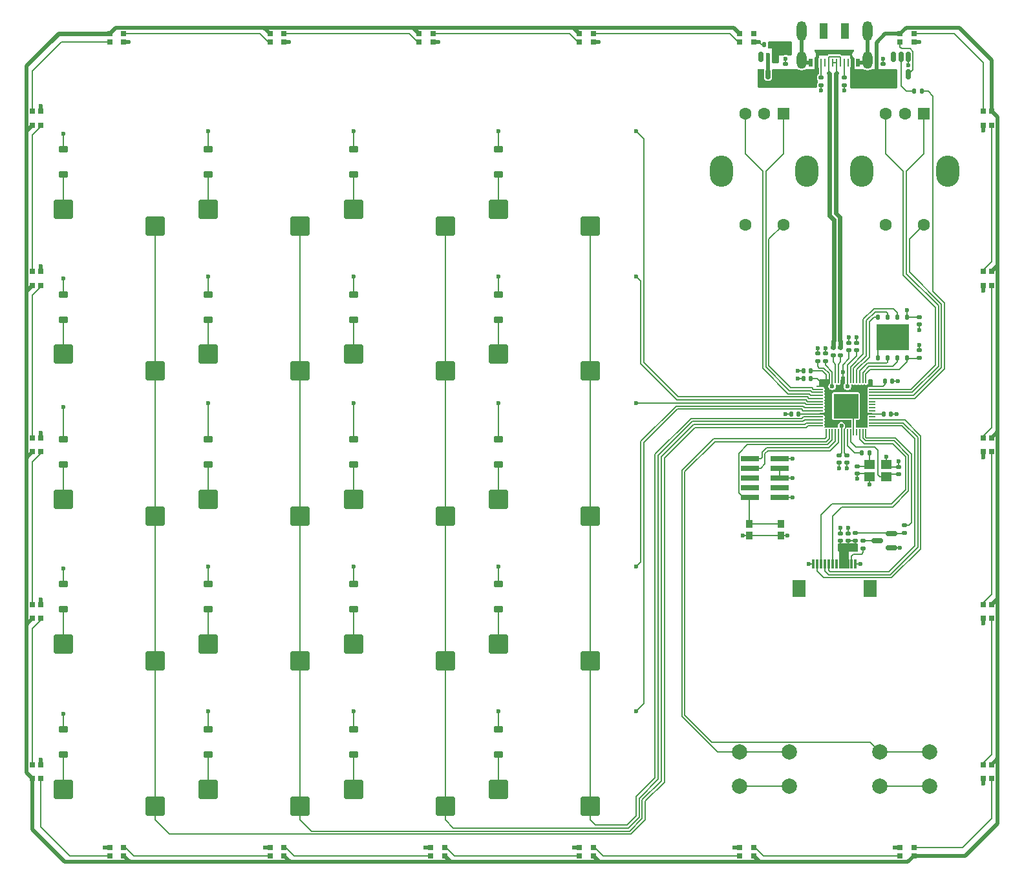
<source format=gbr>
%TF.GenerationSoftware,KiCad,Pcbnew,9.0.4*%
%TF.CreationDate,2025-10-10T02:19:09+02:00*%
%TF.ProjectId,ecad,65636164-2e6b-4696-9361-645f70636258,rev?*%
%TF.SameCoordinates,Original*%
%TF.FileFunction,Copper,L4,Bot*%
%TF.FilePolarity,Positive*%
%FSLAX46Y46*%
G04 Gerber Fmt 4.6, Leading zero omitted, Abs format (unit mm)*
G04 Created by KiCad (PCBNEW 9.0.4) date 2025-10-10 02:19:09*
%MOMM*%
%LPD*%
G01*
G04 APERTURE LIST*
G04 Aperture macros list*
%AMRoundRect*
0 Rectangle with rounded corners*
0 $1 Rounding radius*
0 $2 $3 $4 $5 $6 $7 $8 $9 X,Y pos of 4 corners*
0 Add a 4 corners polygon primitive as box body*
4,1,4,$2,$3,$4,$5,$6,$7,$8,$9,$2,$3,0*
0 Add four circle primitives for the rounded corners*
1,1,$1+$1,$2,$3*
1,1,$1+$1,$4,$5*
1,1,$1+$1,$6,$7*
1,1,$1+$1,$8,$9*
0 Add four rect primitives between the rounded corners*
20,1,$1+$1,$2,$3,$4,$5,0*
20,1,$1+$1,$4,$5,$6,$7,0*
20,1,$1+$1,$6,$7,$8,$9,0*
20,1,$1+$1,$8,$9,$2,$3,0*%
G04 Aperture macros list end*
%TA.AperFunction,SMDPad,CuDef*%
%ADD10R,0.700000X0.700000*%
%TD*%
%TA.AperFunction,SMDPad,CuDef*%
%ADD11RoundRect,0.250000X1.025000X1.000000X-1.025000X1.000000X-1.025000X-1.000000X1.025000X-1.000000X0*%
%TD*%
%TA.AperFunction,ComponentPad*%
%ADD12RoundRect,0.250000X-0.550000X0.550000X-0.550000X-0.550000X0.550000X-0.550000X0.550000X0.550000X0*%
%TD*%
%TA.AperFunction,ComponentPad*%
%ADD13C,1.600000*%
%TD*%
%TA.AperFunction,ComponentPad*%
%ADD14O,3.000000X4.100000*%
%TD*%
%TA.AperFunction,ComponentPad*%
%ADD15C,2.000000*%
%TD*%
%TA.AperFunction,SMDPad,CuDef*%
%ADD16RoundRect,0.135000X0.185000X-0.135000X0.185000X0.135000X-0.185000X0.135000X-0.185000X-0.135000X0*%
%TD*%
%TA.AperFunction,SMDPad,CuDef*%
%ADD17RoundRect,0.125000X0.125000X-0.250000X0.125000X0.250000X-0.125000X0.250000X-0.125000X-0.250000X0*%
%TD*%
%TA.AperFunction,HeatsinkPad*%
%ADD18R,4.300000X3.400000*%
%TD*%
%TA.AperFunction,SMDPad,CuDef*%
%ADD19RoundRect,0.225000X-0.375000X0.225000X-0.375000X-0.225000X0.375000X-0.225000X0.375000X0.225000X0*%
%TD*%
%TA.AperFunction,SMDPad,CuDef*%
%ADD20RoundRect,0.140000X-0.170000X0.140000X-0.170000X-0.140000X0.170000X-0.140000X0.170000X0.140000X0*%
%TD*%
%TA.AperFunction,SMDPad,CuDef*%
%ADD21RoundRect,0.140000X0.140000X0.170000X-0.140000X0.170000X-0.140000X-0.170000X0.140000X-0.170000X0*%
%TD*%
%TA.AperFunction,SMDPad,CuDef*%
%ADD22RoundRect,0.140000X0.170000X-0.140000X0.170000X0.140000X-0.170000X0.140000X-0.170000X-0.140000X0*%
%TD*%
%TA.AperFunction,SMDPad,CuDef*%
%ADD23R,1.400000X1.200000*%
%TD*%
%TA.AperFunction,SMDPad,CuDef*%
%ADD24RoundRect,0.140000X-0.140000X-0.170000X0.140000X-0.170000X0.140000X0.170000X-0.140000X0.170000X0*%
%TD*%
%TA.AperFunction,SMDPad,CuDef*%
%ADD25RoundRect,0.150000X-0.150000X0.512500X-0.150000X-0.512500X0.150000X-0.512500X0.150000X0.512500X0*%
%TD*%
%TA.AperFunction,SMDPad,CuDef*%
%ADD26RoundRect,0.150000X0.587500X0.150000X-0.587500X0.150000X-0.587500X-0.150000X0.587500X-0.150000X0*%
%TD*%
%TA.AperFunction,SMDPad,CuDef*%
%ADD27RoundRect,0.135000X-0.135000X-0.185000X0.135000X-0.185000X0.135000X0.185000X-0.135000X0.185000X0*%
%TD*%
%TA.AperFunction,SMDPad,CuDef*%
%ADD28R,2.400000X0.740000*%
%TD*%
%TA.AperFunction,SMDPad,CuDef*%
%ADD29RoundRect,0.150000X0.150000X-0.512500X0.150000X0.512500X-0.150000X0.512500X-0.150000X-0.512500X0*%
%TD*%
%TA.AperFunction,SMDPad,CuDef*%
%ADD30R,1.000000X2.000000*%
%TD*%
%TA.AperFunction,SMDPad,CuDef*%
%ADD31R,0.520000X1.000000*%
%TD*%
%TA.AperFunction,SMDPad,CuDef*%
%ADD32R,0.270000X1.000000*%
%TD*%
%TA.AperFunction,HeatsinkPad*%
%ADD33O,1.300000X2.600000*%
%TD*%
%TA.AperFunction,HeatsinkPad*%
%ADD34O,1.300000X2.300000*%
%TD*%
%TA.AperFunction,SMDPad,CuDef*%
%ADD35R,0.900000X1.000000*%
%TD*%
%TA.AperFunction,SMDPad,CuDef*%
%ADD36RoundRect,0.050000X0.387500X0.050000X-0.387500X0.050000X-0.387500X-0.050000X0.387500X-0.050000X0*%
%TD*%
%TA.AperFunction,SMDPad,CuDef*%
%ADD37RoundRect,0.050000X0.050000X0.387500X-0.050000X0.387500X-0.050000X-0.387500X0.050000X-0.387500X0*%
%TD*%
%TA.AperFunction,HeatsinkPad*%
%ADD38R,3.200000X3.200000*%
%TD*%
%TA.AperFunction,SMDPad,CuDef*%
%ADD39R,0.300000X1.300000*%
%TD*%
%TA.AperFunction,SMDPad,CuDef*%
%ADD40R,1.800000X2.200000*%
%TD*%
%TA.AperFunction,ViaPad*%
%ADD41C,0.600000*%
%TD*%
%TA.AperFunction,ViaPad*%
%ADD42C,0.800000*%
%TD*%
%TA.AperFunction,Conductor*%
%ADD43C,0.200000*%
%TD*%
%TA.AperFunction,Conductor*%
%ADD44C,0.500000*%
%TD*%
%TA.AperFunction,Conductor*%
%ADD45C,0.600000*%
%TD*%
%TA.AperFunction,Conductor*%
%ADD46C,0.400000*%
%TD*%
G04 APERTURE END LIST*
D10*
%TO.P,D41,1,DOUT*%
%TO.N,Net-(D41-DOUT)*%
X118115000Y-67700000D03*
%TO.P,D41,2,VSS*%
%TO.N,GND*%
X118115000Y-68800000D03*
%TO.P,D41,3,DIN*%
%TO.N,Net-(D41-DIN)*%
X116285000Y-68800000D03*
%TO.P,D41,4,VDD*%
%TO.N,+5V*%
X116285000Y-67700000D03*
%TD*%
%TO.P,D13,4,VDD*%
%TO.N,+5V*%
X191250000Y-163485000D03*
%TO.P,D13,3,DIN*%
%TO.N,Net-(D13-DIN)*%
X190150000Y-163485000D03*
%TO.P,D13,2,VSS*%
%TO.N,GND*%
X190150000Y-165315000D03*
%TO.P,D13,1,DOUT*%
%TO.N,Net-(D13-DOUT)*%
X191250000Y-165315000D03*
%TD*%
%TO.P,D30,4,VDD*%
%TO.N,+5V*%
X98615000Y-175450000D03*
%TO.P,D30,3,DIN*%
%TO.N,Net-(D26-DOUT)*%
X98615000Y-174350000D03*
%TO.P,D30,2,VSS*%
%TO.N,GND*%
X96785000Y-174350000D03*
%TO.P,D30,1,DOUT*%
%TO.N,Net-(D30-DOUT)*%
X96785000Y-175450000D03*
%TD*%
%TO.P,D22,4,VDD*%
%TO.N,+5V*%
X139115000Y-175450000D03*
%TO.P,D22,3,DIN*%
%TO.N,Net-(D18-DOUT)*%
X139115000Y-174350000D03*
%TO.P,D22,2,VSS*%
%TO.N,GND*%
X137285000Y-174350000D03*
%TO.P,D22,1,DOUT*%
%TO.N,Net-(D22-DOUT)*%
X137285000Y-175450000D03*
%TD*%
%TO.P,D18,4,VDD*%
%TO.N,+5V*%
X160115000Y-175450000D03*
%TO.P,D18,3,DIN*%
%TO.N,Net-(D14-DOUT)*%
X160115000Y-174350000D03*
%TO.P,D18,2,VSS*%
%TO.N,GND*%
X158285000Y-174350000D03*
%TO.P,D18,1,DOUT*%
%TO.N,Net-(D18-DOUT)*%
X158285000Y-175450000D03*
%TD*%
%TO.P,D31,4,VDD*%
%TO.N,+5V*%
X77615000Y-175450000D03*
%TO.P,D31,3,DIN*%
%TO.N,Net-(D30-DOUT)*%
X77615000Y-174350000D03*
%TO.P,D31,2,VSS*%
%TO.N,GND*%
X75785000Y-174350000D03*
%TO.P,D31,1,DOUT*%
%TO.N,Net-(D31-DOUT)*%
X75785000Y-175450000D03*
%TD*%
%TO.P,D25,4,VDD*%
%TO.N,+5V*%
X191250000Y-98835000D03*
%TO.P,D25,3,DIN*%
%TO.N,Net-(D25-DIN)*%
X190150000Y-98835000D03*
%TO.P,D25,2,VSS*%
%TO.N,GND*%
X190150000Y-100665000D03*
%TO.P,D25,1,DOUT*%
%TO.N,Net-(D21-DIN)*%
X191250000Y-100665000D03*
%TD*%
D11*
%TO.P,SW17,1,1*%
%TO.N,/Switches/C2*%
X119700000Y-111900000D03*
%TO.P,SW17,2,2*%
%TO.N,Net-(D34-A)*%
X107700000Y-109700000D03*
%TD*%
%TO.P,SW2,1,1*%
%TO.N,/Switches/C1*%
X138700000Y-149900000D03*
%TO.P,SW2,2,2*%
%TO.N,Net-(D2-A)*%
X126700000Y-147700000D03*
%TD*%
%TO.P,SW1,1,1*%
%TO.N,/Switches/C1*%
X138700000Y-130900000D03*
%TO.P,SW1,2,2*%
%TO.N,Net-(D1-A)*%
X126700000Y-128700000D03*
%TD*%
%TO.P,SW4,1,1*%
%TO.N,/Switches/C2*%
X119700000Y-130900000D03*
%TO.P,SW4,2,2*%
%TO.N,Net-(D4-A)*%
X107700000Y-128700000D03*
%TD*%
%TO.P,SW16,1,1*%
%TO.N,/Switches/C1*%
X138700000Y-111900000D03*
%TO.P,SW16,2,2*%
%TO.N,Net-(D33-A)*%
X126700000Y-109700000D03*
%TD*%
D12*
%TO.P,SW11,A,A*%
%TO.N,Net-(U2-GPIO28)*%
X164000000Y-78200000D03*
D13*
%TO.P,SW11,B,B*%
%TO.N,Net-(U2-GPIO27)*%
X159000000Y-78200000D03*
%TO.P,SW11,C,C*%
%TO.N,GND*%
X161500000Y-78200000D03*
%TO.P,SW11,S1,S1*%
%TO.N,Net-(U2-GPIO29)*%
X164000000Y-92700000D03*
%TO.P,SW11,S2,S2*%
%TO.N,GND*%
X159000000Y-92700000D03*
D14*
%TO.P,SW11,SH*%
%TO.N,N/C*%
X167100000Y-85700000D03*
X155900000Y-85700000D03*
%TD*%
D11*
%TO.P,SW23,1,1*%
%TO.N,/Switches/C4*%
X81700000Y-92900000D03*
%TO.P,SW23,2,2*%
%TO.N,Net-(D40-A)*%
X69700000Y-90700000D03*
%TD*%
D15*
%TO.P,SW24,1,1*%
%TO.N,Net-(U2-GPIO16)*%
X176650000Y-161850000D03*
X183150000Y-161850000D03*
%TO.P,SW24,2,2*%
%TO.N,GND*%
X176650000Y-166350000D03*
X183150000Y-166350000D03*
%TD*%
D11*
%TO.P,SW8,1,1*%
%TO.N,/Switches/C3*%
X100700000Y-149900000D03*
%TO.P,SW8,2,2*%
%TO.N,Net-(D8-A)*%
X88700000Y-147700000D03*
%TD*%
%TO.P,SW18,1,1*%
%TO.N,/Switches/C3*%
X100700000Y-111900000D03*
%TO.P,SW18,2,2*%
%TO.N,Net-(D35-A)*%
X88700000Y-109700000D03*
%TD*%
D12*
%TO.P,SW10,A,A*%
%TO.N,Net-(U2-GPIO1)*%
X182400000Y-78200000D03*
D13*
%TO.P,SW10,B,B*%
%TO.N,Net-(U2-GPIO0)*%
X177400000Y-78200000D03*
%TO.P,SW10,C,C*%
%TO.N,GND*%
X179900000Y-78200000D03*
%TO.P,SW10,S1,S1*%
%TO.N,Net-(U2-GPIO2)*%
X182400000Y-92700000D03*
%TO.P,SW10,S2,S2*%
%TO.N,GND*%
X177400000Y-92700000D03*
D14*
%TO.P,SW10,SH*%
%TO.N,N/C*%
X185500000Y-85700000D03*
X174300000Y-85700000D03*
%TD*%
D11*
%TO.P,SW13,1,1*%
%TO.N,/Switches/C4*%
X81700000Y-149900000D03*
%TO.P,SW13,2,2*%
%TO.N,Net-(D11-A)*%
X69700000Y-147700000D03*
%TD*%
%TO.P,SW6,1,1*%
%TO.N,/Switches/C2*%
X119700000Y-168900000D03*
%TO.P,SW6,2,2*%
%TO.N,Net-(D6-A)*%
X107700000Y-166700000D03*
%TD*%
D15*
%TO.P,SW25,1,1*%
%TO.N,Net-(U2-GPIO17)*%
X158250000Y-161850000D03*
X164750000Y-161850000D03*
%TO.P,SW25,2,2*%
%TO.N,GND*%
X158250000Y-166350000D03*
X164750000Y-166350000D03*
%TD*%
D11*
%TO.P,SW7,1,1*%
%TO.N,/Switches/C3*%
X100700000Y-130900000D03*
%TO.P,SW7,2,2*%
%TO.N,Net-(D7-A)*%
X88700000Y-128700000D03*
%TD*%
%TO.P,SW3,1,1*%
%TO.N,/Switches/C1*%
X138700000Y-168900000D03*
%TO.P,SW3,2,2*%
%TO.N,Net-(D3-A)*%
X126700000Y-166700000D03*
%TD*%
%TO.P,SW21,1,1*%
%TO.N,/Switches/C2*%
X119700000Y-92900000D03*
%TO.P,SW21,2,2*%
%TO.N,Net-(D38-A)*%
X107700000Y-90700000D03*
%TD*%
%TO.P,SW14,1,1*%
%TO.N,/Switches/C4*%
X81700000Y-168900000D03*
%TO.P,SW14,2,2*%
%TO.N,Net-(D12-A)*%
X69700000Y-166700000D03*
%TD*%
%TO.P,SW12,1,1*%
%TO.N,/Switches/C4*%
X81700000Y-130900000D03*
%TO.P,SW12,2,2*%
%TO.N,Net-(D10-A)*%
X69700000Y-128700000D03*
%TD*%
%TO.P,SW20,1,1*%
%TO.N,/Switches/C1*%
X138700000Y-92900000D03*
%TO.P,SW20,2,2*%
%TO.N,Net-(D37-A)*%
X126700000Y-90700000D03*
%TD*%
%TO.P,SW22,1,1*%
%TO.N,/Switches/C3*%
X100700000Y-92900000D03*
%TO.P,SW22,2,2*%
%TO.N,Net-(D39-A)*%
X88700000Y-90700000D03*
%TD*%
%TO.P,SW5,1,1*%
%TO.N,/Switches/C2*%
X119700000Y-149900000D03*
%TO.P,SW5,2,2*%
%TO.N,Net-(D5-A)*%
X107700000Y-147700000D03*
%TD*%
%TO.P,SW19,1,1*%
%TO.N,/Switches/C4*%
X81700000Y-111900000D03*
%TO.P,SW19,2,2*%
%TO.N,Net-(D36-A)*%
X69700000Y-109700000D03*
%TD*%
%TO.P,SW9,1,1*%
%TO.N,/Switches/C3*%
X100700000Y-168900000D03*
%TO.P,SW9,2,2*%
%TO.N,Net-(D9-A)*%
X88700000Y-166700000D03*
%TD*%
D16*
%TO.P,R12,1*%
%TO.N,Net-(Q2-B)*%
X179850000Y-133160000D03*
%TO.P,R12,2*%
%TO.N,/BLK*%
X179850000Y-132140000D03*
%TD*%
D17*
%TO.P,U5,1,~{CS}*%
%TO.N,Net-(U2-QSPI_SS)*%
X180205000Y-110200000D03*
%TO.P,U5,2,DO/IO_{1}*%
%TO.N,Net-(U2-QSPI_SD1)*%
X178935000Y-110200000D03*
%TO.P,U5,3,~{WP}/IO_{2}*%
%TO.N,Net-(U2-QSPI_SD2)*%
X177665000Y-110200000D03*
%TO.P,U5,4,GND*%
%TO.N,GND*%
X176395000Y-110200000D03*
%TO.P,U5,5,DI/IO_{0}*%
%TO.N,Net-(U2-QSPI_SD0)*%
X176395000Y-104800000D03*
%TO.P,U5,6,CLK*%
%TO.N,Net-(U2-QSPI_SCLK)*%
X177665000Y-104800000D03*
%TO.P,U5,7,~{HOLD}/~{RESET}/IO_{3}*%
%TO.N,Net-(U2-QSPI_SD3)*%
X178935000Y-104800000D03*
%TO.P,U5,8,VCC*%
%TO.N,+3.3V*%
X180205000Y-104800000D03*
D18*
%TO.P,U5,9,EP*%
%TO.N,GND*%
X178300000Y-107500000D03*
%TD*%
D19*
%TO.P,D1,1,K*%
%TO.N,/Switches/R3*%
X126700000Y-120850000D03*
%TO.P,D1,2,A*%
%TO.N,Net-(D1-A)*%
X126700000Y-124150000D03*
%TD*%
%TO.P,D11,1,K*%
%TO.N,/Switches/R4*%
X69700000Y-139850000D03*
%TO.P,D11,2,A*%
%TO.N,Net-(D11-A)*%
X69700000Y-143150000D03*
%TD*%
D20*
%TO.P,C4,1*%
%TO.N,+3.3V*%
X172300000Y-122920000D03*
%TO.P,C4,2*%
%TO.N,GND*%
X172300000Y-123880000D03*
%TD*%
D19*
%TO.P,D2,1,K*%
%TO.N,/Switches/R4*%
X126700000Y-139850000D03*
%TO.P,D2,2,A*%
%TO.N,Net-(D2-A)*%
X126700000Y-143150000D03*
%TD*%
%TO.P,D3,1,K*%
%TO.N,/Switches/R5*%
X126700000Y-158850000D03*
%TO.P,D3,2,A*%
%TO.N,Net-(D3-A)*%
X126700000Y-162150000D03*
%TD*%
D10*
%TO.P,D45,1,DOUT*%
%TO.N,Net-(D45-DOUT)*%
X139115000Y-67700000D03*
%TO.P,D45,2,VSS*%
%TO.N,GND*%
X139115000Y-68800000D03*
%TO.P,D45,3,DIN*%
%TO.N,Net-(D41-DOUT)*%
X137285000Y-68800000D03*
%TO.P,D45,4,VDD*%
%TO.N,+5V*%
X137285000Y-67700000D03*
%TD*%
D19*
%TO.P,D4,1,K*%
%TO.N,/Switches/R3*%
X107700000Y-120850000D03*
%TO.P,D4,2,A*%
%TO.N,Net-(D4-A)*%
X107700000Y-124150000D03*
%TD*%
D20*
%TO.P,C14,1*%
%TO.N,+1V1*%
X171300000Y-122920000D03*
%TO.P,C14,2*%
%TO.N,GND*%
X171300000Y-123880000D03*
%TD*%
D10*
%TO.P,D23,1,DOUT*%
%TO.N,Net-(D23-DOUT)*%
X65650000Y-98835000D03*
%TO.P,D23,2,VSS*%
%TO.N,GND*%
X66750000Y-98835000D03*
%TO.P,D23,3,DIN*%
%TO.N,Net-(D19-DOUT)*%
X66750000Y-100665000D03*
%TO.P,D23,4,VDD*%
%TO.N,+5V*%
X65650000Y-100665000D03*
%TD*%
%TO.P,D17,1,DOUT*%
%TO.N,Net-(D13-DIN)*%
X191250000Y-144315000D03*
%TO.P,D17,2,VSS*%
%TO.N,GND*%
X190150000Y-144315000D03*
%TO.P,D17,3,DIN*%
%TO.N,Net-(D17-DIN)*%
X190150000Y-142485000D03*
%TO.P,D17,4,VDD*%
%TO.N,+5V*%
X191250000Y-142485000D03*
%TD*%
D21*
%TO.P,C2,1*%
%TO.N,+3.3V*%
X162480000Y-69150000D03*
%TO.P,C2,2*%
%TO.N,GND*%
X161520000Y-69150000D03*
%TD*%
D22*
%TO.P,C12,1*%
%TO.N,+1V1*%
X169500000Y-110580000D03*
%TO.P,C12,2*%
%TO.N,GND*%
X169500000Y-109620000D03*
%TD*%
D23*
%TO.P,Y1,1,1*%
%TO.N,Net-(C16-Pad1)*%
X175300000Y-124150000D03*
%TO.P,Y1,2,2*%
%TO.N,GND*%
X177500000Y-124150000D03*
%TO.P,Y1,3,3*%
%TO.N,Net-(U2-XIN)*%
X177500000Y-125750000D03*
%TO.P,Y1,4,4*%
%TO.N,GND*%
X175300000Y-125750000D03*
%TD*%
D24*
%TO.P,C10,1*%
%TO.N,+3.3V*%
X177320000Y-113200000D03*
%TO.P,C10,2*%
%TO.N,GND*%
X178280000Y-113200000D03*
%TD*%
D19*
%TO.P,D7,1,K*%
%TO.N,/Switches/R3*%
X88700000Y-120850000D03*
%TO.P,D7,2,A*%
%TO.N,Net-(D7-A)*%
X88700000Y-124150000D03*
%TD*%
D16*
%TO.P,R11,1*%
%TO.N,/LEDK*%
X174450000Y-135160000D03*
%TO.P,R11,2*%
%TO.N,Net-(Q2-C)*%
X174450000Y-134140000D03*
%TD*%
D25*
%TO.P,U4,1,NC*%
%TO.N,unconnected-(U4-NC-Pad1)*%
X178450000Y-70712500D03*
%TO.P,U4,2,A*%
%TO.N,Net-(U4-A)*%
X179400000Y-70712500D03*
%TO.P,U4,3,GND*%
%TO.N,GND*%
X180350000Y-70712500D03*
%TO.P,U4,4,Y*%
%TO.N,Net-(D32-DIN)*%
X180350000Y-72987500D03*
%TO.P,U4,5,VCC*%
%TO.N,+5V*%
X178450000Y-72987500D03*
%TD*%
D22*
%TO.P,C19,1*%
%TO.N,+3.3V*%
X171450000Y-134130000D03*
%TO.P,C19,2*%
%TO.N,GND*%
X171450000Y-133170000D03*
%TD*%
D26*
%TO.P,Q2,1,B*%
%TO.N,Net-(Q2-B)*%
X178137500Y-133187500D03*
%TO.P,Q2,2,E*%
%TO.N,GND*%
X178137500Y-135087500D03*
%TO.P,Q2,3,C*%
%TO.N,Net-(Q2-C)*%
X176262500Y-134137500D03*
%TD*%
D10*
%TO.P,D47,1,DOUT*%
%TO.N,Net-(D43-DIN)*%
X65650000Y-163485000D03*
%TO.P,D47,2,VSS*%
%TO.N,GND*%
X66750000Y-163485000D03*
%TO.P,D47,3,DIN*%
%TO.N,Net-(D31-DOUT)*%
X66750000Y-165315000D03*
%TO.P,D47,4,VDD*%
%TO.N,+5V*%
X65650000Y-165315000D03*
%TD*%
D19*
%TO.P,D38,1,K*%
%TO.N,/Switches/R1*%
X107700000Y-82850000D03*
%TO.P,D38,2,A*%
%TO.N,Net-(D38-A)*%
X107700000Y-86150000D03*
%TD*%
D10*
%TO.P,D26,4,VDD*%
%TO.N,+5V*%
X119615000Y-175450000D03*
%TO.P,D26,3,DIN*%
%TO.N,Net-(D22-DOUT)*%
X119615000Y-174350000D03*
%TO.P,D26,2,VSS*%
%TO.N,GND*%
X117785000Y-174350000D03*
%TO.P,D26,1,DOUT*%
%TO.N,Net-(D26-DOUT)*%
X117785000Y-175450000D03*
%TD*%
D27*
%TO.P,R7,1*%
%TO.N,Net-(U4-A)*%
X181090000Y-75250000D03*
%TO.P,R7,2*%
%TO.N,/Leds/DIN*%
X182110000Y-75250000D03*
%TD*%
D10*
%TO.P,D14,1,DOUT*%
%TO.N,Net-(D14-DOUT)*%
X179285000Y-175450000D03*
%TO.P,D14,2,VSS*%
%TO.N,GND*%
X179285000Y-174350000D03*
%TO.P,D14,3,DIN*%
%TO.N,Net-(D13-DOUT)*%
X181115000Y-174350000D03*
%TO.P,D14,4,VDD*%
%TO.N,+5V*%
X181115000Y-175450000D03*
%TD*%
%TO.P,D21,1,DOUT*%
%TO.N,Net-(D17-DIN)*%
X191250000Y-122490000D03*
%TO.P,D21,2,VSS*%
%TO.N,GND*%
X190150000Y-122490000D03*
%TO.P,D21,3,DIN*%
%TO.N,Net-(D21-DIN)*%
X190150000Y-120660000D03*
%TO.P,D21,4,VDD*%
%TO.N,+5V*%
X191250000Y-120660000D03*
%TD*%
D28*
%TO.P,J1,1,VTref*%
%TO.N,+3.3V*%
X163550000Y-123360000D03*
%TO.P,J1,2,SWDIO/TMS*%
%TO.N,Net-(J1-SWDIO{slash}TMS)*%
X159650000Y-123360000D03*
%TO.P,J1,3,GND*%
%TO.N,GND*%
X163550000Y-124630000D03*
%TO.P,J1,4,SWCLK/TCK*%
%TO.N,Net-(J1-SWCLK{slash}TCK)*%
X159650000Y-124630000D03*
%TO.P,J1,5,GND*%
%TO.N,GND*%
X163550000Y-125900000D03*
%TO.P,J1,6,SWO/TDO*%
%TO.N,unconnected-(J1-SWO{slash}TDO-Pad6)*%
X159650000Y-125900000D03*
%TO.P,J1,7,KEY*%
%TO.N,unconnected-(J1-KEY-Pad7)*%
X163550000Y-127170000D03*
%TO.P,J1,8,NC/TDI*%
%TO.N,unconnected-(J1-NC{slash}TDI-Pad8)*%
X159650000Y-127170000D03*
%TO.P,J1,9,GNDDetect*%
%TO.N,GND*%
X163550000Y-128440000D03*
%TO.P,J1,10,~{RESET}*%
%TO.N,RESET*%
X159650000Y-128440000D03*
%TD*%
D20*
%TO.P,C16,1*%
%TO.N,Net-(C16-Pad1)*%
X173700000Y-124370000D03*
%TO.P,C16,2*%
%TO.N,GND*%
X173700000Y-125330000D03*
%TD*%
D10*
%TO.P,D19,1,DOUT*%
%TO.N,Net-(D19-DOUT)*%
X65650000Y-120660000D03*
%TO.P,D19,2,VSS*%
%TO.N,GND*%
X66750000Y-120660000D03*
%TO.P,D19,3,DIN*%
%TO.N,Net-(D19-DIN)*%
X66750000Y-122490000D03*
%TO.P,D19,4,VDD*%
%TO.N,+5V*%
X65650000Y-122490000D03*
%TD*%
D19*
%TO.P,D33,1,K*%
%TO.N,/Switches/R2*%
X126700000Y-101850000D03*
%TO.P,D33,2,A*%
%TO.N,Net-(D33-A)*%
X126700000Y-105150000D03*
%TD*%
%TO.P,D40,1,K*%
%TO.N,/Switches/R1*%
X69700000Y-82850000D03*
%TO.P,D40,2,A*%
%TO.N,Net-(D40-A)*%
X69700000Y-86150000D03*
%TD*%
D10*
%TO.P,D48,1,DOUT*%
%TO.N,Net-(D41-DIN)*%
X98615000Y-67700000D03*
%TO.P,D48,2,VSS*%
%TO.N,GND*%
X98615000Y-68800000D03*
%TO.P,D48,3,DIN*%
%TO.N,Net-(D42-DOUT)*%
X96785000Y-68800000D03*
%TO.P,D48,4,VDD*%
%TO.N,+5V*%
X96785000Y-67700000D03*
%TD*%
D29*
%TO.P,U1,1,VIN*%
%TO.N,+5V*%
X162950000Y-72987500D03*
%TO.P,U1,2,GND*%
%TO.N,GND*%
X162000000Y-72987500D03*
%TO.P,U1,3,EN*%
%TO.N,+5V*%
X161050000Y-72987500D03*
%TO.P,U1,4,NC*%
%TO.N,unconnected-(U1-NC-Pad4)*%
X161050000Y-70712500D03*
%TO.P,U1,5,VOUT*%
%TO.N,+3.3V*%
X162950000Y-70712500D03*
%TD*%
D30*
%TO.P,J2,*%
%TO.N,*%
X169300000Y-67300000D03*
X172100000Y-67300000D03*
D31*
%TO.P,J2,A1,GND*%
%TO.N,GND*%
X167600000Y-71500000D03*
%TO.P,J2,A4,VBUS*%
%TO.N,+5V*%
X168350000Y-71500000D03*
D32*
%TO.P,J2,A5,CC1*%
%TO.N,Net-(J2-CC1)*%
X168950000Y-71500000D03*
%TO.P,J2,A6,D+*%
%TO.N,Net-(J2-D+-PadA6)*%
X170450000Y-71500000D03*
%TO.P,J2,A7,D-*%
%TO.N,Net-(J2-D--PadA7)*%
X171450000Y-71500000D03*
%TO.P,J2,A8*%
%TO.N,N/C*%
X172450000Y-71500000D03*
D31*
%TO.P,J2,A9,VBUS*%
%TO.N,+5V*%
X173050000Y-71500000D03*
%TO.P,J2,A12,GND*%
%TO.N,GND*%
X173800000Y-71500000D03*
%TO.P,J2,B1,GND*%
X173800000Y-71500000D03*
%TO.P,J2,B4,VBUS*%
%TO.N,+5V*%
X173050000Y-71500000D03*
D32*
%TO.P,J2,B5,CC2*%
%TO.N,Net-(J2-CC2)*%
X171950000Y-71500000D03*
%TO.P,J2,B6,D+*%
%TO.N,Net-(J2-D+-PadA6)*%
X170950000Y-71500000D03*
%TO.P,J2,B7,D-*%
%TO.N,Net-(J2-D--PadA7)*%
X169950000Y-71500000D03*
%TO.P,J2,B8*%
%TO.N,N/C*%
X169450000Y-71500000D03*
D31*
%TO.P,J2,B9,VBUS*%
%TO.N,+5V*%
X168350000Y-71500000D03*
%TO.P,J2,B12,GND*%
%TO.N,GND*%
X167600000Y-71500000D03*
D33*
%TO.P,J2,S1,SHIELD*%
X166380000Y-67300000D03*
D34*
X166380000Y-71125000D03*
D33*
X175020000Y-67300000D03*
D34*
X175020000Y-71125000D03*
%TD*%
D22*
%TO.P,C3,1*%
%TO.N,+3.3V*%
X168500000Y-110580000D03*
%TO.P,C3,2*%
%TO.N,GND*%
X168500000Y-109620000D03*
%TD*%
D19*
%TO.P,D5,1,K*%
%TO.N,/Switches/R4*%
X107700000Y-139850000D03*
%TO.P,D5,2,A*%
%TO.N,Net-(D5-A)*%
X107700000Y-143150000D03*
%TD*%
D10*
%TO.P,D27,1,DOUT*%
%TO.N,Net-(D27-DOUT)*%
X65650000Y-77835000D03*
%TO.P,D27,2,VSS*%
%TO.N,GND*%
X66750000Y-77835000D03*
%TO.P,D27,3,DIN*%
%TO.N,Net-(D23-DOUT)*%
X66750000Y-79665000D03*
%TO.P,D27,4,VDD*%
%TO.N,+5V*%
X65650000Y-79665000D03*
%TD*%
D21*
%TO.P,C5,1*%
%TO.N,+3.3V*%
X165980000Y-117500000D03*
%TO.P,C5,2*%
%TO.N,GND*%
X165020000Y-117500000D03*
%TD*%
D22*
%TO.P,C18,1*%
%TO.N,+5V*%
X177100000Y-72630000D03*
%TO.P,C18,2*%
%TO.N,GND*%
X177100000Y-71670000D03*
%TD*%
D19*
%TO.P,D36,1,K*%
%TO.N,/Switches/R2*%
X69700000Y-101850000D03*
%TO.P,D36,2,A*%
%TO.N,Net-(D36-A)*%
X69700000Y-105150000D03*
%TD*%
D22*
%TO.P,C15,1*%
%TO.N,Net-(U2-XIN)*%
X179100000Y-125430000D03*
%TO.P,C15,2*%
%TO.N,GND*%
X179100000Y-124470000D03*
%TD*%
D27*
%TO.P,R1,1*%
%TO.N,Net-(U2-XOUT)*%
X174240000Y-122600000D03*
%TO.P,R1,2*%
%TO.N,Net-(C16-Pad1)*%
X175260000Y-122600000D03*
%TD*%
D16*
%TO.P,R5,1*%
%TO.N,GND*%
X168950000Y-74460000D03*
%TO.P,R5,2*%
%TO.N,Net-(J2-CC1)*%
X168950000Y-73440000D03*
%TD*%
D19*
%TO.P,D37,1,K*%
%TO.N,/Switches/R1*%
X126700000Y-82850000D03*
%TO.P,D37,2,A*%
%TO.N,Net-(D37-A)*%
X126700000Y-86150000D03*
%TD*%
D22*
%TO.P,C9,1*%
%TO.N,+3.3V*%
X172450000Y-134130000D03*
%TO.P,C9,2*%
%TO.N,GND*%
X172450000Y-133170000D03*
%TD*%
D10*
%TO.P,D46,1,DOUT*%
%TO.N,unconnected-(D46-DOUT-Pad1)*%
X160115000Y-67700000D03*
%TO.P,D46,2,VSS*%
%TO.N,GND*%
X160115000Y-68800000D03*
%TO.P,D46,3,DIN*%
%TO.N,Net-(D45-DOUT)*%
X158285000Y-68800000D03*
%TO.P,D46,4,VDD*%
%TO.N,+5V*%
X158285000Y-67700000D03*
%TD*%
D16*
%TO.P,R4,1*%
%TO.N,Net-(U2-QSPI_SS)*%
X181800000Y-110210000D03*
%TO.P,R4,2*%
%TO.N,+3.3V*%
X181800000Y-109190000D03*
%TD*%
%TO.P,R3,1*%
%TO.N,Net-(U2-USB_DP)*%
X171500000Y-109810000D03*
%TO.P,R3,2*%
%TO.N,Net-(J2-D+-PadA6)*%
X171500000Y-108790000D03*
%TD*%
D35*
%TO.P,SW15,1,1*%
%TO.N,RESET*%
X163650000Y-131900000D03*
X159550000Y-131900000D03*
%TO.P,SW15,2,2*%
%TO.N,GND*%
X163650000Y-133500000D03*
X159550000Y-133500000D03*
%TD*%
D10*
%TO.P,D42,1,DOUT*%
%TO.N,Net-(D42-DOUT)*%
X77615000Y-67700000D03*
%TO.P,D42,2,VSS*%
%TO.N,GND*%
X77615000Y-68800000D03*
%TO.P,D42,3,DIN*%
%TO.N,Net-(D27-DOUT)*%
X75785000Y-68800000D03*
%TO.P,D42,4,VDD*%
%TO.N,+5V*%
X75785000Y-67700000D03*
%TD*%
D22*
%TO.P,C13,1*%
%TO.N,+1V1*%
X173600000Y-109180000D03*
%TO.P,C13,2*%
%TO.N,GND*%
X173600000Y-108220000D03*
%TD*%
D16*
%TO.P,R6,1*%
%TO.N,GND*%
X171950000Y-74460000D03*
%TO.P,R6,2*%
%TO.N,Net-(J2-CC2)*%
X171950000Y-73440000D03*
%TD*%
D19*
%TO.P,D34,1,K*%
%TO.N,/Switches/R2*%
X107700000Y-101850000D03*
%TO.P,D34,2,A*%
%TO.N,Net-(D34-A)*%
X107700000Y-105150000D03*
%TD*%
D22*
%TO.P,C8,1*%
%TO.N,+3.3V*%
X172600000Y-109180000D03*
%TO.P,C8,2*%
%TO.N,GND*%
X172600000Y-108220000D03*
%TD*%
D19*
%TO.P,D6,1,K*%
%TO.N,/Switches/R5*%
X107700000Y-158850000D03*
%TO.P,D6,2,A*%
%TO.N,Net-(D6-A)*%
X107700000Y-162150000D03*
%TD*%
%TO.P,D39,1,K*%
%TO.N,/Switches/R1*%
X88700000Y-82850000D03*
%TO.P,D39,2,A*%
%TO.N,Net-(D39-A)*%
X88700000Y-86150000D03*
%TD*%
D21*
%TO.P,C6,1*%
%TO.N,+3.3V*%
X167580000Y-112900000D03*
%TO.P,C6,2*%
%TO.N,GND*%
X166620000Y-112900000D03*
%TD*%
D16*
%TO.P,R13,1*%
%TO.N,+3.3V*%
X173450000Y-134160000D03*
%TO.P,R13,2*%
%TO.N,Net-(Q2-B)*%
X173450000Y-133140000D03*
%TD*%
D22*
%TO.P,C17,1*%
%TO.N,GND*%
X181800000Y-105780000D03*
%TO.P,C17,2*%
%TO.N,+3.3V*%
X181800000Y-104820000D03*
%TD*%
D19*
%TO.P,D35,1,K*%
%TO.N,/Switches/R2*%
X88700000Y-101850000D03*
%TO.P,D35,2,A*%
%TO.N,Net-(D35-A)*%
X88700000Y-105150000D03*
%TD*%
%TO.P,D8,1,K*%
%TO.N,/Switches/R4*%
X88700000Y-139850000D03*
%TO.P,D8,2,A*%
%TO.N,Net-(D8-A)*%
X88700000Y-143150000D03*
%TD*%
%TO.P,D10,1,K*%
%TO.N,/Switches/R3*%
X69700000Y-120850000D03*
%TO.P,D10,2,A*%
%TO.N,Net-(D10-A)*%
X69700000Y-124150000D03*
%TD*%
D36*
%TO.P,U2,1,IOVDD*%
%TO.N,+3.3V*%
X175637500Y-113900000D03*
%TO.P,U2,2,GPIO0*%
%TO.N,Net-(U2-GPIO0)*%
X175637500Y-114300000D03*
%TO.P,U2,3,GPIO1*%
%TO.N,Net-(U2-GPIO1)*%
X175637500Y-114700000D03*
%TO.P,U2,4,GPIO2*%
%TO.N,Net-(U2-GPIO2)*%
X175637500Y-115100000D03*
%TO.P,U2,5,GPIO3*%
%TO.N,/Leds/DIN*%
X175637500Y-115500000D03*
%TO.P,U2,6,GPIO4*%
%TO.N,unconnected-(U2-GPIO4-Pad6)*%
X175637500Y-115900000D03*
%TO.P,U2,7,GPIO5*%
%TO.N,unconnected-(U2-GPIO5-Pad7)*%
X175637500Y-116300000D03*
%TO.P,U2,8,GPIO6*%
%TO.N,unconnected-(U2-GPIO6-Pad8)*%
X175637500Y-116700000D03*
%TO.P,U2,9,GPIO7*%
%TO.N,unconnected-(U2-GPIO7-Pad9)*%
X175637500Y-117100000D03*
%TO.P,U2,10,IOVDD*%
%TO.N,+3.3V*%
X175637500Y-117500000D03*
%TO.P,U2,11,GPIO8*%
%TO.N,unconnected-(U2-GPIO8-Pad11)*%
X175637500Y-117900000D03*
%TO.P,U2,12,GPIO9*%
%TO.N,/CS*%
X175637500Y-118300000D03*
%TO.P,U2,13,GPIO10*%
%TO.N,/SCL*%
X175637500Y-118700000D03*
%TO.P,U2,14,GPIO11*%
%TO.N,/SDA*%
X175637500Y-119100000D03*
D37*
%TO.P,U2,15,GPIO12*%
%TO.N,/BLK*%
X174800000Y-119937500D03*
%TO.P,U2,16,GPIO13*%
%TO.N,/RES*%
X174400000Y-119937500D03*
%TO.P,U2,17,GPIO14*%
%TO.N,/DC*%
X174000000Y-119937500D03*
%TO.P,U2,18,GPIO15*%
%TO.N,unconnected-(U2-GPIO15-Pad18)*%
X173600000Y-119937500D03*
%TO.P,U2,19,TESTEN*%
%TO.N,GND*%
X173200000Y-119937500D03*
%TO.P,U2,20,XIN*%
%TO.N,Net-(U2-XIN)*%
X172800000Y-119937500D03*
%TO.P,U2,21,XOUT*%
%TO.N,Net-(U2-XOUT)*%
X172400000Y-119937500D03*
%TO.P,U2,22,IOVDD*%
%TO.N,+3.3V*%
X172000000Y-119937500D03*
%TO.P,U2,23,DVDD*%
%TO.N,+1V1*%
X171600000Y-119937500D03*
%TO.P,U2,24,SWCLK*%
%TO.N,Net-(J1-SWCLK{slash}TCK)*%
X171200000Y-119937500D03*
%TO.P,U2,25,SWD*%
%TO.N,Net-(J1-SWDIO{slash}TMS)*%
X170800000Y-119937500D03*
%TO.P,U2,26,RUN*%
%TO.N,RESET*%
X170400000Y-119937500D03*
%TO.P,U2,27,GPIO16*%
%TO.N,Net-(U2-GPIO16)*%
X170000000Y-119937500D03*
%TO.P,U2,28,GPIO17*%
%TO.N,Net-(U2-GPIO17)*%
X169600000Y-119937500D03*
D36*
%TO.P,U2,29,GPIO18*%
%TO.N,/Switches/C4*%
X168762500Y-119100000D03*
%TO.P,U2,30,GPIO19*%
%TO.N,/Switches/C3*%
X168762500Y-118700000D03*
%TO.P,U2,31,GPIO20*%
%TO.N,/Switches/C2*%
X168762500Y-118300000D03*
%TO.P,U2,32,GPIO21*%
%TO.N,/Switches/C1*%
X168762500Y-117900000D03*
%TO.P,U2,33,IOVDD*%
%TO.N,+3.3V*%
X168762500Y-117500000D03*
%TO.P,U2,34,GPIO22*%
%TO.N,/Switches/R5*%
X168762500Y-117100000D03*
%TO.P,U2,35,GPIO23*%
%TO.N,/Switches/R4*%
X168762500Y-116700000D03*
%TO.P,U2,36,GPIO24*%
%TO.N,/Switches/R3*%
X168762500Y-116300000D03*
%TO.P,U2,37,GPIO25*%
%TO.N,/Switches/R2*%
X168762500Y-115900000D03*
%TO.P,U2,38,GPIO26_ADC0*%
%TO.N,/Switches/R1*%
X168762500Y-115500000D03*
%TO.P,U2,39,GPIO27*%
%TO.N,Net-(U2-GPIO27)*%
X168762500Y-115100000D03*
%TO.P,U2,40,GPIO28*%
%TO.N,Net-(U2-GPIO28)*%
X168762500Y-114700000D03*
%TO.P,U2,41,GPIO29*%
%TO.N,Net-(U2-GPIO29)*%
X168762500Y-114300000D03*
%TO.P,U2,42,IOVDD*%
%TO.N,+3.3V*%
X168762500Y-113900000D03*
D37*
%TO.P,U2,43,ADC_AVDD*%
X169600000Y-113062500D03*
%TO.P,U2,44,VREG_IN*%
X170000000Y-113062500D03*
%TO.P,U2,45,VREG_VOUT*%
%TO.N,+1V1*%
X170400000Y-113062500D03*
%TO.P,U2,46,USB_DM*%
%TO.N,Net-(U2-USB_DM)*%
X170800000Y-113062500D03*
%TO.P,U2,47,USB_DP*%
%TO.N,Net-(U2-USB_DP)*%
X171200000Y-113062500D03*
%TO.P,U2,48,USB_VDD*%
%TO.N,+3.3V*%
X171600000Y-113062500D03*
%TO.P,U2,49,IOVDD*%
X172000000Y-113062500D03*
%TO.P,U2,50,DVDD*%
%TO.N,+1V1*%
X172400000Y-113062500D03*
%TO.P,U2,51,QSPI_SD3*%
%TO.N,Net-(U2-QSPI_SD3)*%
X172800000Y-113062500D03*
%TO.P,U2,52,QSPI_SCLK*%
%TO.N,Net-(U2-QSPI_SCLK)*%
X173200000Y-113062500D03*
%TO.P,U2,53,QSPI_SD0*%
%TO.N,Net-(U2-QSPI_SD0)*%
X173600000Y-113062500D03*
%TO.P,U2,54,QSPI_SD2*%
%TO.N,Net-(U2-QSPI_SD2)*%
X174000000Y-113062500D03*
%TO.P,U2,55,QSPI_SD1*%
%TO.N,Net-(U2-QSPI_SD1)*%
X174400000Y-113062500D03*
%TO.P,U2,56,QSPI_SS*%
%TO.N,Net-(U2-QSPI_SS)*%
X174800000Y-113062500D03*
D38*
%TO.P,U2,57,GND*%
%TO.N,GND*%
X172200000Y-116500000D03*
%TD*%
D39*
%TO.P,J3,1,Pin_1*%
%TO.N,GND*%
X173450000Y-137150000D03*
%TO.P,J3,2,Pin_2*%
%TO.N,/LEDK*%
X172950000Y-137150000D03*
%TO.P,J3,3,Pin_3*%
%TO.N,+3.3V*%
X172450000Y-137150000D03*
%TO.P,J3,4,Pin_4*%
X171950000Y-137150000D03*
%TO.P,J3,5,Pin_5*%
X171450000Y-137150000D03*
%TO.P,J3,6,Pin_6*%
%TO.N,unconnected-(J3-Pin_6-Pad6)*%
X170950000Y-137150000D03*
%TO.P,J3,7,Pin_7*%
%TO.N,/RES*%
X170450000Y-137150000D03*
%TO.P,J3,8,Pin_8*%
%TO.N,/SDA*%
X169950000Y-137150000D03*
%TO.P,J3,9,Pin_9*%
%TO.N,/SCL*%
X169450000Y-137150000D03*
%TO.P,J3,10,Pin_10*%
%TO.N,/DC*%
X168950000Y-137150000D03*
%TO.P,J3,11,Pin_11*%
%TO.N,/CS*%
X168450000Y-137150000D03*
%TO.P,J3,12,Pin_12*%
%TO.N,GND*%
X167950000Y-137150000D03*
D40*
%TO.P,J3,MP*%
%TO.N,N/C*%
X175350000Y-140400000D03*
X166050000Y-140400000D03*
%TD*%
D19*
%TO.P,D9,1,K*%
%TO.N,/Switches/R5*%
X88700000Y-158850000D03*
%TO.P,D9,2,A*%
%TO.N,Net-(D9-A)*%
X88700000Y-162150000D03*
%TD*%
D21*
%TO.P,C11,1*%
%TO.N,+3.3V*%
X167580000Y-111900000D03*
%TO.P,C11,2*%
%TO.N,GND*%
X166620000Y-111900000D03*
%TD*%
D24*
%TO.P,C7,1*%
%TO.N,+3.3V*%
X177120000Y-117500000D03*
%TO.P,C7,2*%
%TO.N,GND*%
X178080000Y-117500000D03*
%TD*%
D10*
%TO.P,D43,1,DOUT*%
%TO.N,Net-(D19-DIN)*%
X65650000Y-142485000D03*
%TO.P,D43,2,VSS*%
%TO.N,GND*%
X66750000Y-142485000D03*
%TO.P,D43,3,DIN*%
%TO.N,Net-(D43-DIN)*%
X66750000Y-144315000D03*
%TO.P,D43,4,VDD*%
%TO.N,+5V*%
X65650000Y-144315000D03*
%TD*%
D16*
%TO.P,R2,1*%
%TO.N,Net-(U2-USB_DM)*%
X170500000Y-109810000D03*
%TO.P,R2,2*%
%TO.N,Net-(J2-D--PadA7)*%
X170500000Y-108790000D03*
%TD*%
D22*
%TO.P,C1,1*%
%TO.N,+5V*%
X164300000Y-72630000D03*
%TO.P,C1,2*%
%TO.N,GND*%
X164300000Y-71670000D03*
%TD*%
D10*
%TO.P,D29,1,DOUT*%
%TO.N,Net-(D25-DIN)*%
X191250000Y-79665000D03*
%TO.P,D29,2,VSS*%
%TO.N,GND*%
X190150000Y-79665000D03*
%TO.P,D29,3,DIN*%
%TO.N,Net-(D29-DIN)*%
X190150000Y-77835000D03*
%TO.P,D29,4,VDD*%
%TO.N,+5V*%
X191250000Y-77835000D03*
%TD*%
D19*
%TO.P,D12,1,K*%
%TO.N,/Switches/R5*%
X69700000Y-158850000D03*
%TO.P,D12,2,A*%
%TO.N,Net-(D12-A)*%
X69700000Y-162150000D03*
%TD*%
D10*
%TO.P,D32,1,DOUT*%
%TO.N,Net-(D29-DIN)*%
X181115000Y-67700000D03*
%TO.P,D32,2,VSS*%
%TO.N,GND*%
X181115000Y-68800000D03*
%TO.P,D32,3,DIN*%
%TO.N,Net-(D32-DIN)*%
X179285000Y-68800000D03*
%TO.P,D32,4,VDD*%
%TO.N,+5V*%
X179285000Y-67700000D03*
%TD*%
D41*
%TO.N,GND*%
X160792500Y-68800000D03*
X139792500Y-68800000D03*
X118792500Y-68800000D03*
X99292500Y-68800000D03*
X78292500Y-68800000D03*
X66750000Y-77157500D03*
X66750000Y-98157500D03*
X66750000Y-120007500D03*
X66750000Y-141807500D03*
X66750000Y-162807500D03*
X75107500Y-174350000D03*
X96107500Y-174350000D03*
X117107500Y-174350000D03*
X136607500Y-174350000D03*
X157607500Y-174350000D03*
X178607500Y-174350000D03*
X190150000Y-165992500D03*
X190150000Y-144992500D03*
X190150000Y-123185000D03*
X190150000Y-101360000D03*
X190150000Y-80360000D03*
X181810000Y-68800000D03*
%TO.N,/Switches/R1*%
X144700000Y-80500000D03*
X107700000Y-80500000D03*
X88700000Y-80500000D03*
X69700000Y-80800000D03*
X126700000Y-80500000D03*
%TO.N,/Switches/R2*%
X144700000Y-99500000D03*
X107700000Y-99500000D03*
X88700000Y-99500000D03*
X69700000Y-99800000D03*
X126700000Y-99500000D03*
%TO.N,/Switches/R4*%
X144700000Y-137500000D03*
X107700000Y-137500000D03*
X88700000Y-137500000D03*
X69700000Y-137800000D03*
X126700000Y-137500000D03*
%TO.N,/Switches/R5*%
X144700000Y-156500000D03*
X126700000Y-156500000D03*
X107700000Y-156500000D03*
X88700000Y-156500000D03*
X69700000Y-156800000D03*
%TO.N,+3.3V*%
X165210000Y-123360000D03*
X169700000Y-114900000D03*
X163300000Y-69150000D03*
X173450000Y-134850000D03*
X181800000Y-108450000D03*
X164700000Y-69150000D03*
X171950000Y-135500000D03*
X174700000Y-114900000D03*
X164700000Y-70050000D03*
X172450000Y-134850000D03*
X180200000Y-103950000D03*
X169700000Y-118100000D03*
X171800000Y-112000000D03*
X171450000Y-134850000D03*
X164000000Y-69150000D03*
X164000000Y-70050000D03*
X174700000Y-118100000D03*
%TO.N,+1V1*%
X171600000Y-119100000D03*
X172400000Y-113900000D03*
X170400000Y-113900000D03*
%TO.N,GND*%
X177500000Y-123150000D03*
X162000000Y-71850000D03*
X172450000Y-132450000D03*
D42*
X171100000Y-115400000D03*
D41*
X167300000Y-137150000D03*
X173700000Y-126050000D03*
X180350000Y-71800000D03*
X179300000Y-135100000D03*
X176500000Y-106150000D03*
X172600000Y-107500000D03*
X171300000Y-124630182D03*
X162000000Y-70450000D03*
X177100000Y-70950000D03*
X165200000Y-128440000D03*
X162000000Y-71150000D03*
X168500000Y-108900000D03*
X179100000Y-123750000D03*
D42*
X173300000Y-117600000D03*
X171100000Y-117600000D03*
D41*
X181800000Y-106500000D03*
X164300000Y-117500000D03*
X179000000Y-113200000D03*
X171450000Y-132450000D03*
D42*
X173300000Y-115400000D03*
D41*
X178300000Y-107500000D03*
X180100000Y-108850000D03*
X176500000Y-108850000D03*
X164300000Y-70950000D03*
X174100000Y-137150000D03*
X173600000Y-107500000D03*
X172300000Y-124630182D03*
X175300000Y-126750000D03*
X178800000Y-117500000D03*
X164500000Y-133500000D03*
X165900000Y-112900000D03*
X165200000Y-125900000D03*
X165900000Y-111900000D03*
X158700000Y-133500000D03*
X168950000Y-75100000D03*
X171950000Y-75100000D03*
X169500000Y-108900000D03*
X180100000Y-106150000D03*
%TO.N,/Switches/R3*%
X88700000Y-116100000D03*
X126700000Y-116100000D03*
X69700000Y-116600000D03*
X107700000Y-116100000D03*
X144700000Y-116100000D03*
%TD*%
D43*
%TO.N,Net-(U2-USB_DM)*%
X170800000Y-113062500D02*
X170800000Y-111000000D01*
X170800000Y-111000000D02*
X170500000Y-110700000D01*
X170500000Y-110700000D02*
X170500000Y-109810000D01*
%TO.N,Net-(U2-USB_DP)*%
X171200000Y-113062500D02*
X171200000Y-111000000D01*
X171200000Y-111000000D02*
X171500000Y-110700000D01*
X171500000Y-110700000D02*
X171500000Y-109810000D01*
%TO.N,/Leds/DIN*%
X182110000Y-75250000D02*
X182950000Y-75250000D01*
X182950000Y-75250000D02*
X183600000Y-75900000D01*
X183600000Y-101450000D02*
X185103000Y-102953000D01*
X182400000Y-114300000D02*
X181200000Y-115500000D01*
X185103000Y-102953000D02*
X185103000Y-111598300D01*
X183600000Y-75900000D02*
X183600000Y-101450000D01*
X185103000Y-111598300D02*
X182401300Y-114300000D01*
X182401300Y-114300000D02*
X182400000Y-114300000D01*
X181200000Y-115500000D02*
X175637500Y-115500000D01*
%TO.N,Net-(U4-A)*%
X179400000Y-70712500D02*
X179400000Y-74500000D01*
X180150000Y-75250000D02*
X181090000Y-75250000D01*
X179400000Y-74500000D02*
X180150000Y-75250000D01*
%TO.N,Net-(D13-DIN)*%
X191250000Y-144315000D02*
X191250000Y-162183000D01*
X191250000Y-162183000D02*
X190150000Y-163283000D01*
X190150000Y-163283000D02*
X190150000Y-163485000D01*
%TO.N,Net-(D45-DOUT)*%
X139115000Y-67700000D02*
X156983000Y-67700000D01*
X158083000Y-68800000D02*
X158285000Y-68800000D01*
X156983000Y-67700000D02*
X158083000Y-68800000D01*
%TO.N,Net-(D41-DOUT)*%
X118115000Y-67700000D02*
X135983000Y-67700000D01*
X135983000Y-67700000D02*
X137083000Y-68800000D01*
X137083000Y-68800000D02*
X137285000Y-68800000D01*
%TO.N,Net-(D41-DIN)*%
X98615000Y-67700000D02*
X114983000Y-67700000D01*
X114983000Y-67700000D02*
X116083000Y-68800000D01*
X116083000Y-68800000D02*
X116285000Y-68800000D01*
%TO.N,Net-(D42-DOUT)*%
X77615000Y-67700000D02*
X95483000Y-67700000D01*
X95483000Y-67700000D02*
X96583000Y-68800000D01*
X96583000Y-68800000D02*
X96785000Y-68800000D01*
%TO.N,Net-(D23-DOUT)*%
X65650000Y-98835000D02*
X65650000Y-80967000D01*
X66750000Y-79867000D02*
X66750000Y-79665000D01*
X65650000Y-80967000D02*
X66750000Y-79867000D01*
%TO.N,Net-(D19-DOUT)*%
X65650000Y-120660000D02*
X65650000Y-101967000D01*
X65650000Y-101967000D02*
X66750000Y-100867000D01*
X66750000Y-100867000D02*
X66750000Y-100665000D01*
%TO.N,Net-(D19-DIN)*%
X65650000Y-142485000D02*
X65650000Y-123792000D01*
X65650000Y-123792000D02*
X66750000Y-122692000D01*
X66750000Y-122692000D02*
X66750000Y-122490000D01*
%TO.N,Net-(D43-DIN)*%
X65650000Y-163485000D02*
X65650000Y-145617000D01*
X65650000Y-145617000D02*
X66750000Y-144517000D01*
X66750000Y-144517000D02*
X66750000Y-144315000D01*
%TO.N,Net-(D30-DOUT)*%
X96785000Y-175450000D02*
X78917000Y-175450000D01*
X78917000Y-175450000D02*
X77817000Y-174350000D01*
X77817000Y-174350000D02*
X77615000Y-174350000D01*
%TO.N,Net-(D26-DOUT)*%
X117785000Y-175450000D02*
X99917000Y-175450000D01*
X99917000Y-175450000D02*
X98817000Y-174350000D01*
X98817000Y-174350000D02*
X98615000Y-174350000D01*
%TO.N,Net-(D22-DOUT)*%
X137285000Y-175450000D02*
X120917000Y-175450000D01*
X120917000Y-175450000D02*
X119817000Y-174350000D01*
X119817000Y-174350000D02*
X119615000Y-174350000D01*
%TO.N,Net-(D18-DOUT)*%
X158285000Y-175450000D02*
X140417000Y-175450000D01*
X139317000Y-174350000D02*
X139115000Y-174350000D01*
X140417000Y-175450000D02*
X139317000Y-174350000D01*
%TO.N,Net-(D14-DOUT)*%
X179285000Y-175450000D02*
X161417000Y-175450000D01*
X160317000Y-174350000D02*
X160115000Y-174350000D01*
X161417000Y-175450000D02*
X160317000Y-174350000D01*
D44*
%TO.N,+5V*%
X158285000Y-67700000D02*
X157484000Y-66899000D01*
X157484000Y-66899000D02*
X136484000Y-66899000D01*
X137285000Y-67700000D02*
X136484000Y-66899000D01*
X136484000Y-66899000D02*
X115484000Y-66899000D01*
X116285000Y-67700000D02*
X115484000Y-66899000D01*
X115484000Y-66899000D02*
X95984000Y-66899000D01*
X75785000Y-67717500D02*
X69075000Y-67717500D01*
X69075000Y-67717500D02*
X64849000Y-71943500D01*
X64849000Y-71943500D02*
X64849000Y-80466000D01*
X65650000Y-79665000D02*
X64849000Y-80466000D01*
X64849000Y-80466000D02*
X64849000Y-101466000D01*
X65650000Y-100665000D02*
X64849000Y-101466000D01*
X64849000Y-101466000D02*
X64849000Y-123291000D01*
X65650000Y-122490000D02*
X64849000Y-123291000D01*
X64849000Y-123291000D02*
X64849000Y-145116000D01*
X65650000Y-165315000D02*
X65650000Y-172025000D01*
X65650000Y-172025000D02*
X69876000Y-176251000D01*
X69876000Y-176251000D02*
X78416000Y-176251000D01*
X77615000Y-175450000D02*
X78416000Y-176251000D01*
X78416000Y-176251000D02*
X99416000Y-176251000D01*
X98615000Y-175450000D02*
X99416000Y-176251000D01*
X99416000Y-176251000D02*
X120416000Y-176251000D01*
X119615000Y-175450000D02*
X120416000Y-176251000D01*
X120416000Y-176251000D02*
X139916000Y-176251000D01*
X139115000Y-175450000D02*
X139916000Y-176251000D01*
X139916000Y-176251000D02*
X160916000Y-176251000D01*
X181115000Y-175450000D02*
X187825000Y-175450000D01*
X187825000Y-175450000D02*
X192051000Y-171224000D01*
X192051000Y-171224000D02*
X192051000Y-162684000D01*
X75785000Y-67700000D02*
X76586000Y-66899000D01*
X76586000Y-66899000D02*
X95984000Y-66899000D01*
X95984000Y-66899000D02*
X96785000Y-67700000D01*
X65650000Y-165315000D02*
X64849000Y-164514000D01*
X64849000Y-164514000D02*
X64849000Y-145116000D01*
X64849000Y-145116000D02*
X65650000Y-144315000D01*
X181115000Y-175450000D02*
X180314000Y-176251000D01*
X180314000Y-176251000D02*
X160916000Y-176251000D01*
X160916000Y-176251000D02*
X160115000Y-175450000D01*
D43*
%TO.N,GND*%
X161520000Y-69150000D02*
X161142500Y-69150000D01*
X161142500Y-69150000D02*
X160792500Y-68800000D01*
D44*
X160107500Y-68800000D02*
X160792500Y-68800000D01*
X139107500Y-68800000D02*
X139792500Y-68800000D01*
X118107500Y-68800000D02*
X118792500Y-68800000D01*
X98607500Y-68800000D02*
X99292500Y-68800000D01*
X77607500Y-68800000D02*
X78292500Y-68800000D01*
X66750000Y-77842500D02*
X66750000Y-77157500D01*
X66750000Y-98842500D02*
X66750000Y-98157500D01*
X66750000Y-120692500D02*
X66750000Y-120007500D01*
X66750000Y-142492500D02*
X66750000Y-141807500D01*
X66750000Y-163492500D02*
X66750000Y-162807500D01*
X75792500Y-174350000D02*
X75107500Y-174350000D01*
X96792500Y-174350000D02*
X96107500Y-174350000D01*
X117792500Y-174350000D02*
X117107500Y-174350000D01*
X137292500Y-174350000D02*
X136607500Y-174350000D01*
X158292500Y-174350000D02*
X157607500Y-174350000D01*
X179292500Y-174350000D02*
X178607500Y-174350000D01*
X190150000Y-165307500D02*
X190150000Y-165992500D01*
X190150000Y-144307500D02*
X190150000Y-144992500D01*
%TO.N,+5V*%
X64849000Y-71926000D02*
X69075000Y-67700000D01*
X69075000Y-67700000D02*
X75785000Y-67700000D01*
D43*
%TO.N,Net-(D27-DOUT)*%
X75785000Y-68815000D02*
X69425000Y-68815000D01*
X69425000Y-68815000D02*
X65650000Y-72590000D01*
X65650000Y-72590000D02*
X65650000Y-77850000D01*
%TO.N,Net-(D31-DOUT)*%
X66765000Y-165315000D02*
X66765000Y-171675000D01*
X66765000Y-171675000D02*
X70540000Y-175450000D01*
X70540000Y-175450000D02*
X75800000Y-175450000D01*
%TO.N,Net-(D13-DOUT)*%
X181115000Y-174335000D02*
X187475000Y-174335000D01*
X187475000Y-174335000D02*
X191250000Y-170560000D01*
X191250000Y-170560000D02*
X191250000Y-165300000D01*
%TO.N,Net-(D17-DIN)*%
X191250000Y-122490000D02*
X191250000Y-141183000D01*
X191250000Y-141183000D02*
X190150000Y-142283000D01*
X190150000Y-142283000D02*
X190150000Y-142485000D01*
%TO.N,Net-(D21-DIN)*%
X191250000Y-100665000D02*
X191250000Y-119358000D01*
X191250000Y-119358000D02*
X190150000Y-120458000D01*
X190150000Y-120458000D02*
X190150000Y-120660000D01*
%TO.N,Net-(D25-DIN)*%
X191250000Y-79665000D02*
X191250000Y-97533000D01*
X191250000Y-97533000D02*
X190150000Y-98633000D01*
X190150000Y-98633000D02*
X190150000Y-98835000D01*
D44*
%TO.N,+5V*%
X191250000Y-142485000D02*
X192017500Y-141717500D01*
X191250000Y-163485000D02*
X192051000Y-162684000D01*
X192051000Y-162684000D02*
X192051000Y-141751000D01*
X192051000Y-141751000D02*
X192017500Y-141717500D01*
X192017500Y-141717500D02*
X192051000Y-141684000D01*
X192051000Y-141684000D02*
X192051000Y-119859000D01*
X191250000Y-120660000D02*
X192051000Y-119859000D01*
X192051000Y-119859000D02*
X192051000Y-98034000D01*
X191250000Y-77835000D02*
X192051000Y-78636000D01*
X192051000Y-98034000D02*
X191250000Y-98835000D01*
X192051000Y-78636000D02*
X192051000Y-98034000D01*
D43*
%TO.N,Net-(D29-DIN)*%
X190150000Y-77835000D02*
X190150000Y-71475000D01*
X190150000Y-71475000D02*
X186375000Y-67700000D01*
X186375000Y-67700000D02*
X181115000Y-67700000D01*
D44*
%TO.N,+5V*%
X187024000Y-66899000D02*
X191250000Y-71125000D01*
X191250000Y-71125000D02*
X191250000Y-77835000D01*
X180086000Y-66899000D02*
X187024000Y-66899000D01*
X179285000Y-67700000D02*
X180086000Y-66899000D01*
%TO.N,GND*%
X190150000Y-122500000D02*
X190150000Y-123185000D01*
X190150000Y-100675000D02*
X190150000Y-101360000D01*
X190150000Y-79675000D02*
X190150000Y-80360000D01*
%TO.N,+5V*%
X177350000Y-67700000D02*
X179285000Y-67700000D01*
%TO.N,GND*%
X181125000Y-68800000D02*
X181810000Y-68800000D01*
D43*
%TO.N,Net-(D32-DIN)*%
X180951000Y-70009032D02*
X180591968Y-69650000D01*
X179500000Y-69650000D02*
X179285000Y-69435000D01*
X180951000Y-72386500D02*
X180951000Y-70009032D01*
X180591968Y-69650000D02*
X179500000Y-69650000D01*
X180350000Y-72987500D02*
X180951000Y-72386500D01*
X179285000Y-69435000D02*
X179285000Y-68800000D01*
%TO.N,/Switches/C4*%
X168762500Y-119100000D02*
X167200000Y-119100000D01*
X166986000Y-119314000D02*
X152420200Y-119314000D01*
X145903000Y-168297000D02*
X145903000Y-170698300D01*
X148402000Y-123332200D02*
X148402000Y-165798000D01*
X167200000Y-119100000D02*
X166986000Y-119314000D01*
X152420200Y-119314000D02*
X148402000Y-123332200D01*
X144001300Y-172600000D02*
X83600000Y-172600000D01*
X148402000Y-165798000D02*
X145903000Y-168297000D01*
X145903000Y-170698300D02*
X144001300Y-172600000D01*
X83600000Y-172600000D02*
X81700000Y-170700000D01*
X81700000Y-170700000D02*
X81700000Y-168900000D01*
%TO.N,/Switches/C3*%
X100700000Y-168900000D02*
X100700000Y-170700000D01*
X100700000Y-170700000D02*
X102199000Y-172199000D01*
X148001000Y-165599000D02*
X148001000Y-123166100D01*
X152254100Y-118913000D02*
X166787000Y-118913000D01*
X143835200Y-172199000D02*
X145502000Y-170532200D01*
X145502000Y-168098000D02*
X148001000Y-165599000D01*
X166787000Y-118913000D02*
X167000000Y-118700000D01*
X145502000Y-170532200D02*
X145502000Y-168098000D01*
X102199000Y-172199000D02*
X143835200Y-172199000D01*
X148001000Y-123166100D02*
X152254100Y-118913000D01*
X167000000Y-118700000D02*
X168762500Y-118700000D01*
%TO.N,/Switches/C2*%
X119700000Y-168900000D02*
X119700000Y-170700000D01*
X166588000Y-118512000D02*
X166800000Y-118300000D01*
X145101000Y-170366100D02*
X145101000Y-167899000D01*
X119700000Y-170700000D02*
X120798000Y-171798000D01*
X152088000Y-118512000D02*
X166588000Y-118512000D01*
X120798000Y-171798000D02*
X143669100Y-171798000D01*
X166800000Y-118300000D02*
X168762500Y-118300000D01*
X143669100Y-171798000D02*
X145101000Y-170366100D01*
X145101000Y-167899000D02*
X147600000Y-165400000D01*
X147600000Y-165400000D02*
X147600000Y-123000000D01*
X147600000Y-123000000D02*
X152088000Y-118512000D01*
%TO.N,/Switches/C1*%
X138700000Y-168900000D02*
X138700000Y-170700000D01*
X143503000Y-171397000D02*
X144700000Y-170200000D01*
X166611000Y-117900000D02*
X168762500Y-117900000D01*
X138700000Y-170700000D02*
X139397000Y-171397000D01*
X139397000Y-171397000D02*
X143503000Y-171397000D01*
X144700000Y-170200000D02*
X144700000Y-167700000D01*
X144700000Y-167700000D02*
X147199000Y-165201000D01*
X147199000Y-165201000D02*
X147199000Y-122833900D01*
X147199000Y-122833900D02*
X147200000Y-122832900D01*
X147200000Y-122832900D02*
X147200000Y-122800000D01*
X151889000Y-118111000D02*
X166400000Y-118111000D01*
X147200000Y-122800000D02*
X151889000Y-118111000D01*
X166400000Y-118111000D02*
X166611000Y-117900000D01*
%TO.N,/Switches/R1*%
X144700000Y-80500000D02*
X145700000Y-81500000D01*
X145700000Y-81500000D02*
X145700000Y-81550000D01*
X126700000Y-80500000D02*
X126700000Y-82850000D01*
X69700000Y-80800000D02*
X69700000Y-82850000D01*
X88700000Y-80500000D02*
X88700000Y-82850000D01*
X107700000Y-80500000D02*
X107700000Y-82850000D01*
%TO.N,/Switches/R2*%
X144700000Y-99501000D02*
X145299000Y-100100000D01*
X144700000Y-99500000D02*
X144700000Y-99501000D01*
X126700000Y-99500000D02*
X126700000Y-101850000D01*
X69700000Y-99800000D02*
X69700000Y-101850000D01*
X88700000Y-99500000D02*
X88700000Y-101850000D01*
X107700000Y-99500000D02*
X107700000Y-101850000D01*
%TO.N,/Switches/R4*%
X168762500Y-116700000D02*
X166800000Y-116700000D01*
X166800000Y-116700000D02*
X166588000Y-116488000D01*
X145299000Y-121133900D02*
X145299000Y-129099000D01*
X166588000Y-116488000D02*
X149944900Y-116488000D01*
X145300000Y-136900000D02*
X144700000Y-137500000D01*
X149944900Y-116488000D02*
X145299000Y-121133900D01*
X145299000Y-129099000D02*
X145300000Y-129100000D01*
X145300000Y-129100000D02*
X145300000Y-136900000D01*
%TO.N,/Switches/R5*%
X145700000Y-155500000D02*
X144700000Y-156500000D01*
%TO.N,/Switches/R4*%
X126700000Y-137500000D02*
X126700000Y-139850000D01*
X69700000Y-137800000D02*
X69700000Y-139850000D01*
X88700000Y-137500000D02*
X88700000Y-139850000D01*
X107700000Y-137500000D02*
X107700000Y-139850000D01*
%TO.N,/Switches/R5*%
X69700000Y-156800000D02*
X69700000Y-158850000D01*
%TO.N,Net-(D37-A)*%
X126700000Y-86150000D02*
X126700000Y-90700000D01*
%TO.N,Net-(D38-A)*%
X107700000Y-86150000D02*
X107700000Y-90700000D01*
%TO.N,Net-(D39-A)*%
X88700000Y-86150000D02*
X88700000Y-90700000D01*
%TO.N,Net-(D40-A)*%
X69700000Y-86150000D02*
X69700000Y-90700000D01*
%TO.N,Net-(D36-A)*%
X69700000Y-105150000D02*
X69700000Y-109700000D01*
%TO.N,Net-(D35-A)*%
X88700000Y-105150000D02*
X88700000Y-109700000D01*
%TO.N,Net-(D34-A)*%
X107700000Y-109700000D02*
X107700000Y-105150000D01*
%TO.N,Net-(D33-A)*%
X126700000Y-105150000D02*
X126700000Y-109700000D01*
%TO.N,Net-(D1-A)*%
X126700000Y-124150000D02*
X126700000Y-128700000D01*
%TO.N,Net-(D4-A)*%
X107700000Y-124150000D02*
X107700000Y-128700000D01*
%TO.N,Net-(D7-A)*%
X88700000Y-124150000D02*
X88700000Y-128700000D01*
%TO.N,Net-(D10-A)*%
X69700000Y-124150000D02*
X69700000Y-128700000D01*
%TO.N,Net-(D11-A)*%
X69700000Y-143150000D02*
X69700000Y-147700000D01*
%TO.N,Net-(D8-A)*%
X88700000Y-143150000D02*
X88700000Y-147700000D01*
%TO.N,Net-(D5-A)*%
X107700000Y-147700000D02*
X107700000Y-143150000D01*
%TO.N,Net-(D2-A)*%
X126700000Y-147700000D02*
X126700000Y-143150000D01*
%TO.N,/Switches/R5*%
X166389000Y-116889000D02*
X166600000Y-117100000D01*
X145700000Y-155500000D02*
X145700000Y-121300000D01*
X145700000Y-121300000D02*
X150111000Y-116889000D01*
X150111000Y-116889000D02*
X166389000Y-116889000D01*
X166600000Y-117100000D02*
X168762500Y-117100000D01*
X126700000Y-156500000D02*
X126700000Y-158850000D01*
X107700000Y-156500000D02*
X107700000Y-158850000D01*
X88700000Y-156500000D02*
X88700000Y-158850000D01*
%TO.N,Net-(D3-A)*%
X126700000Y-162150000D02*
X126700000Y-166700000D01*
%TO.N,Net-(D6-A)*%
X107700000Y-162150000D02*
X107700000Y-166700000D01*
%TO.N,Net-(D9-A)*%
X88700000Y-162150000D02*
X88700000Y-166700000D01*
%TO.N,Net-(D12-A)*%
X69700000Y-162150000D02*
X69700000Y-166700000D01*
D45*
%TO.N,Net-(J2-D--PadA7)*%
X170500000Y-108790000D02*
X170500000Y-107950000D01*
X170049000Y-91531785D02*
X170049000Y-72899000D01*
X170049000Y-72899000D02*
X169950000Y-72800000D01*
X170500000Y-107950000D02*
X170600000Y-107850000D01*
X170600000Y-92082785D02*
X170049000Y-91531785D01*
X170600000Y-107850000D02*
X170600000Y-92082785D01*
%TO.N,Net-(J2-D+-PadA6)*%
X171500000Y-108790000D02*
X171500000Y-107950000D01*
X170850000Y-72900000D02*
X170950000Y-72800000D01*
X171500000Y-107950000D02*
X171401000Y-107851000D01*
X170850000Y-91200000D02*
X170850000Y-72900000D01*
X171401000Y-107851000D02*
X171401000Y-91751000D01*
X171401000Y-91751000D02*
X170850000Y-91200000D01*
D43*
%TO.N,RESET*%
X170400000Y-119937500D02*
X170400000Y-120900000D01*
X158149000Y-122689000D02*
X158149000Y-127841000D01*
X169750000Y-121550000D02*
X159288000Y-121550000D01*
X159550000Y-131900000D02*
X159550000Y-128540000D01*
X159288000Y-121550000D02*
X158149000Y-122689000D01*
X159550000Y-128540000D02*
X159650000Y-128440000D01*
X170400000Y-120900000D02*
X169750000Y-121550000D01*
X159450000Y-131800000D02*
X159550000Y-131900000D01*
X159550000Y-131900000D02*
X163650000Y-131900000D01*
X158748000Y-128440000D02*
X159650000Y-128440000D01*
X159550000Y-131900000D02*
X159500000Y-131850000D01*
X158149000Y-127841000D02*
X158748000Y-128440000D01*
D44*
%TO.N,+5V*%
X177350000Y-67700000D02*
X176200000Y-68850000D01*
X176200000Y-68850000D02*
X176200000Y-72600000D01*
D46*
%TO.N,+3.3V*%
X180225000Y-104870000D02*
X180205000Y-104850000D01*
D43*
X167580000Y-112900000D02*
X168400000Y-112900000D01*
X172000000Y-122620000D02*
X172300000Y-122920000D01*
X168700000Y-111500000D02*
X168500000Y-111300000D01*
X167580000Y-111900000D02*
X169100000Y-111900000D01*
X171800000Y-113062500D02*
X171800000Y-112000000D01*
X171800000Y-111100000D02*
X172600000Y-110300000D01*
X172600000Y-110300000D02*
X172600000Y-109180000D01*
X177320000Y-113680000D02*
X177320000Y-113200000D01*
X168762500Y-117500000D02*
X165980000Y-117500000D01*
X171800000Y-113062500D02*
X171600000Y-113062500D01*
X177320000Y-113200000D02*
X177319000Y-113199000D01*
X169100000Y-111900000D02*
X169600000Y-112400000D01*
X177120000Y-117500000D02*
X175637500Y-117500000D01*
X180205000Y-103955000D02*
X180200000Y-103950000D01*
X173420000Y-134130000D02*
X173450000Y-134160000D01*
X169600000Y-113062500D02*
X169600000Y-112400000D01*
X168500000Y-111300000D02*
X168500000Y-110580000D01*
X177100000Y-113900000D02*
X177320000Y-113680000D01*
X170000000Y-113062500D02*
X170000000Y-112200000D01*
X169300000Y-111500000D02*
X168700000Y-111500000D01*
X172450000Y-134130000D02*
X172450000Y-134850000D01*
D46*
X180205000Y-104850000D02*
X180205000Y-104800000D01*
D43*
X181800000Y-109190000D02*
X181800000Y-108450000D01*
X175637500Y-113900000D02*
X177100000Y-113900000D01*
X181800000Y-104820000D02*
X181750000Y-104870000D01*
X171800000Y-112000000D02*
X171800000Y-111100000D01*
X171450000Y-134130000D02*
X171450000Y-134850000D01*
X172000000Y-113062500D02*
X171800000Y-113062500D01*
X168400000Y-112900000D02*
X168762500Y-113262500D01*
X169600000Y-113062500D02*
X169600000Y-112600000D01*
X172000000Y-119937500D02*
X172000000Y-122620000D01*
X170000000Y-112200000D02*
X169300000Y-111500000D01*
X180205000Y-104800000D02*
X180205000Y-103955000D01*
X163550000Y-123360000D02*
X165210000Y-123360000D01*
X181750000Y-104870000D02*
X180225000Y-104870000D01*
X168762500Y-113262500D02*
X168762500Y-113900000D01*
X173450000Y-134160000D02*
X173450000Y-134850000D01*
X172450000Y-134130000D02*
X173420000Y-134130000D01*
%TO.N,+1V1*%
X172400000Y-113062500D02*
X172400000Y-111100000D01*
X173600000Y-109900000D02*
X173600000Y-109180000D01*
X171600000Y-119937500D02*
X171600000Y-119100000D01*
X170400000Y-112000000D02*
X170400000Y-113062500D01*
X170400000Y-113062500D02*
X170400000Y-113900000D01*
X169500000Y-110580000D02*
X169500000Y-111100000D01*
X171600000Y-119937500D02*
X171600000Y-122620000D01*
X172400000Y-111100000D02*
X173600000Y-109900000D01*
X172400000Y-113062500D02*
X172400000Y-113900000D01*
X171600000Y-122620000D02*
X171300000Y-122920000D01*
X169500000Y-111100000D02*
X170400000Y-112000000D01*
%TO.N,Net-(U2-XIN)*%
X173503000Y-121853000D02*
X175953000Y-121853000D01*
X177820000Y-125430000D02*
X177500000Y-125750000D01*
X176400000Y-125500000D02*
X176650000Y-125750000D01*
X172800000Y-121150000D02*
X173503000Y-121853000D01*
X172800000Y-119937500D02*
X172800000Y-121150000D01*
X175953000Y-121853000D02*
X176400000Y-122300000D01*
X176650000Y-125750000D02*
X177500000Y-125750000D01*
X179100000Y-125430000D02*
X177820000Y-125430000D01*
X176400000Y-122300000D02*
X176400000Y-125500000D01*
%TO.N,Net-(C16-Pad1)*%
X175260000Y-124110000D02*
X175300000Y-124150000D01*
X175260000Y-122600000D02*
X175260000Y-124110000D01*
X175080000Y-124370000D02*
X175300000Y-124150000D01*
X173700000Y-124370000D02*
X175080000Y-124370000D01*
%TO.N,Net-(U2-XOUT)*%
X172400000Y-119937500D02*
X172400000Y-121650000D01*
X172400000Y-121650000D02*
X173350000Y-122600000D01*
X173350000Y-122600000D02*
X174240000Y-122600000D01*
%TO.N,Net-(J2-D--PadA7)*%
X170014000Y-70699000D02*
X171386000Y-70699000D01*
X171450000Y-70763000D02*
X171450000Y-71500000D01*
X169950000Y-71500000D02*
X169950000Y-70763000D01*
X169950000Y-71500000D02*
X169950000Y-72800000D01*
X169950000Y-70763000D02*
X170014000Y-70699000D01*
X171386000Y-70699000D02*
X171450000Y-70763000D01*
%TO.N,Net-(J2-D+-PadA6)*%
X170450000Y-71500000D02*
X170950000Y-71500000D01*
X170950000Y-71500000D02*
X170950000Y-72800000D01*
%TO.N,Net-(U2-QSPI_SS)*%
X181750000Y-110260000D02*
X180215000Y-110260000D01*
D46*
X180215000Y-110260000D02*
X180205000Y-110250000D01*
D43*
X175400000Y-111700000D02*
X179200000Y-111700000D01*
X181800000Y-110210000D02*
X181750000Y-110260000D01*
X174800000Y-113062500D02*
X174800000Y-112300000D01*
X174800000Y-112300000D02*
X175400000Y-111700000D01*
D46*
X180205000Y-110250000D02*
X180205000Y-110200000D01*
D43*
X179200000Y-111700000D02*
X180205000Y-110695000D01*
X180205000Y-110695000D02*
X180205000Y-110200000D01*
%TO.N,Net-(J2-CC1)*%
X168950000Y-71500000D02*
X168950000Y-73440000D01*
%TO.N,Net-(J2-CC2)*%
X171950000Y-71500000D02*
X171950000Y-73440000D01*
%TO.N,/Switches/R1*%
X145700000Y-110800000D02*
X150185000Y-115285000D01*
X150185000Y-115285000D02*
X167120200Y-115285000D01*
X167335200Y-115500000D02*
X168762500Y-115500000D01*
X145700000Y-109300000D02*
X145700000Y-110800000D01*
X167120200Y-115285000D02*
X167335200Y-115500000D01*
X145700000Y-81550000D02*
X145700000Y-109300000D01*
%TO.N,Net-(U4-A)*%
X179390000Y-70722500D02*
X179400000Y-70712500D01*
%TO.N,/Switches/R2*%
X150018900Y-115686000D02*
X166954100Y-115686000D01*
X166954100Y-115686000D02*
X167168100Y-115900000D01*
X145299000Y-110966100D02*
X150018900Y-115686000D01*
X167168100Y-115900000D02*
X168762500Y-115900000D01*
X145299000Y-100100000D02*
X145299000Y-110966100D01*
%TO.N,Net-(D1-A)*%
X126600000Y-128800000D02*
X126700000Y-128700000D01*
%TO.N,Net-(D4-A)*%
X107600000Y-128800000D02*
X107700000Y-128700000D01*
%TO.N,Net-(D7-A)*%
X88600000Y-128800000D02*
X88700000Y-128700000D01*
%TO.N,Net-(U2-QSPI_SCLK)*%
X173200000Y-111532900D02*
X174849000Y-109883900D01*
X177665000Y-104315000D02*
X177665000Y-104800000D01*
X174849000Y-109883900D02*
X174849000Y-105283900D01*
X176008900Y-104124000D02*
X177474000Y-104124000D01*
X173200000Y-113062500D02*
X173200000Y-111532900D01*
X174849000Y-105283900D02*
X176008900Y-104124000D01*
X177474000Y-104124000D02*
X177665000Y-104315000D01*
%TO.N,Net-(U2-GPIO16)*%
X176650000Y-161850000D02*
X175349000Y-160549000D01*
X175349000Y-160549000D02*
X154649000Y-160549000D01*
X151100000Y-157000000D02*
X151100000Y-125100000D01*
X155051000Y-121149000D02*
X169583900Y-121149000D01*
X176650000Y-161850000D02*
X183150000Y-161850000D01*
X154649000Y-160549000D02*
X151100000Y-157000000D01*
X169583900Y-121149000D02*
X170000000Y-120732900D01*
X170000000Y-120732900D02*
X170000000Y-119937500D01*
X151100000Y-125100000D02*
X155051000Y-121149000D01*
%TO.N,/Switches/R3*%
X166788000Y-116087000D02*
X167001000Y-116300000D01*
X144713000Y-116087000D02*
X166788000Y-116087000D01*
X144700000Y-116100000D02*
X144713000Y-116087000D01*
X167001000Y-116300000D02*
X168762500Y-116300000D01*
%TO.N,Net-(U2-QSPI_SD1)*%
X174400000Y-112100000D02*
X175200000Y-111300000D01*
X175200000Y-111300000D02*
X178300000Y-111300000D01*
X174400000Y-113062500D02*
X174400000Y-112100000D01*
X178935000Y-110665000D02*
X178935000Y-110200000D01*
X178300000Y-111300000D02*
X178935000Y-110665000D01*
%TO.N,Net-(J1-SWDIO{slash}TMS)*%
X169950000Y-121950000D02*
X170800000Y-121100000D01*
X170800000Y-121100000D02*
X170800000Y-119937500D01*
X159650000Y-123360000D02*
X161050000Y-123360000D01*
X161050000Y-123360000D02*
X161199000Y-123211000D01*
X161199000Y-122533900D02*
X161782900Y-121950000D01*
X161199000Y-123211000D02*
X161199000Y-122533900D01*
X161782900Y-121950000D02*
X169950000Y-121950000D01*
%TO.N,Net-(J1-SWCLK{slash}TCK)*%
X171200000Y-121300000D02*
X171200000Y-119937500D01*
X161600000Y-122700000D02*
X161950000Y-122350000D01*
X170150000Y-122350000D02*
X171200000Y-121300000D01*
X161600000Y-124100000D02*
X161600000Y-122700000D01*
X161950000Y-122350000D02*
X170150000Y-122350000D01*
X161070000Y-124630000D02*
X161600000Y-124100000D01*
X159650000Y-124630000D02*
X161070000Y-124630000D01*
%TO.N,Net-(U2-QSPI_SD2)*%
X177665000Y-110735000D02*
X177665000Y-110200000D01*
X177524000Y-110876000D02*
X177665000Y-110735000D01*
X174000000Y-111900000D02*
X175024000Y-110876000D01*
X175024000Y-110876000D02*
X177524000Y-110876000D01*
X174000000Y-113062500D02*
X174000000Y-111900000D01*
%TO.N,Net-(U2-QSPI_SD0)*%
X175250000Y-105450000D02*
X175900000Y-104800000D01*
X175900000Y-104800000D02*
X176395000Y-104800000D01*
X175250000Y-110050000D02*
X175250000Y-105450000D01*
X173600000Y-113062500D02*
X173600000Y-111700000D01*
X173600000Y-111700000D02*
X175250000Y-110050000D01*
%TO.N,Net-(U2-GPIO17)*%
X150700000Y-157200000D02*
X150700000Y-124900000D01*
X158250000Y-161850000D02*
X155350000Y-161850000D01*
X158250000Y-161850000D02*
X164750000Y-161850000D01*
X155350000Y-161850000D02*
X150700000Y-157200000D01*
X169417800Y-120748000D02*
X169600000Y-120565800D01*
X154852000Y-120748000D02*
X169417800Y-120748000D01*
X169600000Y-120565800D02*
X169600000Y-119937500D01*
X150700000Y-124900000D02*
X154852000Y-120748000D01*
%TO.N,Net-(U2-QSPI_SD3)*%
X178935000Y-104235000D02*
X178400000Y-103700000D01*
X178935000Y-104800000D02*
X178935000Y-104235000D01*
X178400000Y-103700000D02*
X175865800Y-103700000D01*
X174448000Y-105117800D02*
X174448000Y-109702000D01*
X174448000Y-109702000D02*
X172800000Y-111350000D01*
X175865800Y-103700000D02*
X174448000Y-105117800D01*
X172800000Y-111350000D02*
X172800000Y-113062500D01*
%TO.N,GND*%
X163550000Y-124630000D02*
X163550000Y-125900000D01*
X179287500Y-135087500D02*
X179300000Y-135100000D01*
X167950000Y-137150000D02*
X167300000Y-137150000D01*
X173200000Y-117700000D02*
X173300000Y-117600000D01*
X172450000Y-133170000D02*
X172450000Y-132450000D01*
X173200000Y-119937500D02*
X173200000Y-117700000D01*
X178137500Y-135087500D02*
X179287500Y-135087500D01*
D44*
X175020000Y-69650000D02*
X175020000Y-67300000D01*
D43*
X166620000Y-112900000D02*
X165900000Y-112900000D01*
X163650000Y-133500000D02*
X164500000Y-133500000D01*
D44*
X173800000Y-71500000D02*
X174645000Y-71500000D01*
D43*
X159550000Y-133500000D02*
X158700000Y-133500000D01*
X178080000Y-117500000D02*
X178800000Y-117500000D01*
D44*
X167600000Y-71500000D02*
X166755000Y-71500000D01*
X166755000Y-71500000D02*
X166380000Y-71125000D01*
X174645000Y-71500000D02*
X175020000Y-71125000D01*
D43*
X174880000Y-125330000D02*
X175300000Y-125750000D01*
X172300000Y-124630182D02*
X172300000Y-123880000D01*
D44*
X175020000Y-71125000D02*
X175020000Y-69650000D01*
X166380000Y-67300000D02*
X166380000Y-71125000D01*
D43*
X177500000Y-124150000D02*
X177500000Y-123150000D01*
X176650000Y-166350000D02*
X183150000Y-166350000D01*
X173600000Y-107500000D02*
X173600000Y-108220000D01*
D44*
X162000000Y-71850000D02*
X162000000Y-71150000D01*
D43*
X176395000Y-110200000D02*
X176395000Y-108955000D01*
X173450000Y-137150000D02*
X174100000Y-137150000D01*
X168500000Y-109620000D02*
X168500000Y-108900000D01*
X165020000Y-117500000D02*
X164300000Y-117500000D01*
X166620000Y-111900000D02*
X165900000Y-111900000D01*
X175300000Y-125750000D02*
X175300000Y-126750000D01*
X163550000Y-125900000D02*
X165200000Y-125900000D01*
X159550000Y-133500000D02*
X163650000Y-133500000D01*
X173700000Y-125330000D02*
X173700000Y-126050000D01*
X173700000Y-125330000D02*
X174880000Y-125330000D01*
X163550000Y-128440000D02*
X165200000Y-128440000D01*
X177820000Y-124470000D02*
X177500000Y-124150000D01*
X164300000Y-71670000D02*
X164300000Y-70950000D01*
X169500000Y-109620000D02*
X169500000Y-108900000D01*
X179100000Y-124470000D02*
X179100000Y-123750000D01*
X176395000Y-108955000D02*
X176500000Y-108850000D01*
D44*
X162000000Y-72987500D02*
X162000000Y-71850000D01*
D43*
X171450000Y-133170000D02*
X171450000Y-132450000D01*
X177100000Y-71670000D02*
X177100000Y-70950000D01*
X158250000Y-166350000D02*
X164750000Y-166350000D01*
X179100000Y-124470000D02*
X177820000Y-124470000D01*
X171950000Y-74460000D02*
X171950000Y-75100000D01*
X181800000Y-106500000D02*
X181800000Y-105780000D01*
X168950000Y-74460000D02*
X168950000Y-75100000D01*
X172600000Y-107500000D02*
X172600000Y-108220000D01*
X180350000Y-70712500D02*
X180350000Y-71800000D01*
D44*
X162000000Y-71150000D02*
X162000000Y-70450000D01*
D43*
X171300000Y-123880000D02*
X171300000Y-124630182D01*
X179000000Y-113200000D02*
X178280000Y-113200000D01*
%TO.N,/Switches/C1*%
X138700000Y-149900000D02*
X138700000Y-168900000D01*
X138700000Y-112000000D02*
X138700000Y-92900000D01*
X138700000Y-112000000D02*
X138700000Y-130900000D01*
X138700000Y-130900000D02*
X138700000Y-149900000D01*
%TO.N,/Switches/C2*%
X119700000Y-130900000D02*
X119700000Y-149900000D01*
X119700000Y-149900000D02*
X119700000Y-168900000D01*
X119700000Y-111949000D02*
X119700000Y-92900000D01*
X119700000Y-111949000D02*
X119700000Y-130900000D01*
%TO.N,/Switches/C3*%
X100700000Y-111949000D02*
X100700000Y-92900000D01*
X100700000Y-130900000D02*
X100700000Y-149900000D01*
X100700000Y-149900000D02*
X100700000Y-168900000D01*
X100700000Y-111949000D02*
X100700000Y-130900000D01*
%TO.N,/Switches/C4*%
X81700000Y-130900000D02*
X81700000Y-149900000D01*
X81700000Y-149900000D02*
X81700000Y-168900000D01*
X81700000Y-111949000D02*
X81700000Y-92900000D01*
X81700000Y-111949000D02*
X81700000Y-130900000D01*
%TO.N,Net-(U2-GPIO29)*%
X164000000Y-92700000D02*
X162100000Y-94600000D01*
X167934200Y-114300000D02*
X168762500Y-114300000D01*
X162100000Y-94600000D02*
X162100000Y-111200000D01*
X162100000Y-111200000D02*
X164982000Y-114082000D01*
X164982000Y-114082000D02*
X167716200Y-114082000D01*
X167716200Y-114082000D02*
X167934200Y-114300000D01*
%TO.N,Net-(U2-GPIO28)*%
X161700000Y-111400000D02*
X161700000Y-85700000D01*
X167800000Y-114700000D02*
X167767100Y-114700000D01*
X167550100Y-114483000D02*
X164783000Y-114483000D01*
X164000000Y-83400000D02*
X164000000Y-78200000D01*
X167767100Y-114700000D02*
X167550100Y-114483000D01*
X161700000Y-85700000D02*
X164000000Y-83400000D01*
X164783000Y-114483000D02*
X161700000Y-111400000D01*
X167800000Y-114700000D02*
X168700000Y-114700000D01*
X168762500Y-114700000D02*
X167800000Y-114700000D01*
%TO.N,Net-(U2-GPIO27)*%
X161299000Y-111566100D02*
X164616900Y-114884000D01*
X164616900Y-114884000D02*
X167384000Y-114884000D01*
X167600000Y-115100000D02*
X168762500Y-115100000D01*
X159000000Y-78200000D02*
X159000000Y-83400000D01*
X161299000Y-85699000D02*
X161299000Y-111566100D01*
X159000000Y-83400000D02*
X161299000Y-85699000D01*
X167384000Y-114884000D02*
X167600000Y-115100000D01*
%TO.N,Net-(U2-GPIO2)*%
X180501000Y-94599000D02*
X180501000Y-98951000D01*
X184702000Y-103152000D02*
X184702000Y-111432200D01*
X181034200Y-115100000D02*
X175637500Y-115100000D01*
X180501000Y-98951000D02*
X184702000Y-103152000D01*
X184702000Y-111432200D02*
X181034200Y-115100000D01*
X182400000Y-92700000D02*
X180501000Y-94599000D01*
%TO.N,Net-(U2-GPIO1)*%
X182400000Y-83401000D02*
X180100000Y-85701000D01*
X184301000Y-111266100D02*
X180867100Y-114700000D01*
X184301000Y-103351000D02*
X184301000Y-111266100D01*
X182400000Y-78200000D02*
X182400000Y-83401000D01*
X180867100Y-114700000D02*
X175637500Y-114700000D01*
X180100000Y-85701000D02*
X180100000Y-99150000D01*
X180100000Y-99150000D02*
X184301000Y-103351000D01*
%TO.N,Net-(U2-GPIO0)*%
X179700000Y-99350000D02*
X183900000Y-103550000D01*
X183900000Y-111100000D02*
X180700000Y-114300000D01*
X177400000Y-83400000D02*
X179700000Y-85700000D01*
X179700000Y-85700000D02*
X179700000Y-99350000D01*
X183900000Y-103550000D02*
X183900000Y-111100000D01*
X177400000Y-78200000D02*
X177400000Y-83400000D01*
X180700000Y-114300000D02*
X175637500Y-114300000D01*
%TO.N,/SCL*%
X169450000Y-138119100D02*
X169930900Y-138600000D01*
X169450000Y-137150000D02*
X169450000Y-138119100D01*
X178000000Y-138600000D02*
X181600000Y-135000000D01*
X179700000Y-118700000D02*
X175637500Y-118700000D01*
X169930900Y-138600000D02*
X178000000Y-138600000D01*
X181600000Y-135000000D02*
X181600000Y-120600000D01*
X181600000Y-120600000D02*
X179700000Y-118700000D01*
%TO.N,/RES*%
X171650000Y-129750000D02*
X170450000Y-130950000D01*
X180398000Y-127650000D02*
X178298000Y-129750000D01*
X174733900Y-121051000D02*
X178501000Y-121051000D01*
X180398000Y-122948000D02*
X180398000Y-127650000D01*
X178501000Y-121051000D02*
X180398000Y-122948000D01*
X174400000Y-119937500D02*
X174400000Y-120717100D01*
X174400000Y-120717100D02*
X174733900Y-121051000D01*
X178298000Y-129750000D02*
X171650000Y-129750000D01*
X170450000Y-130950000D02*
X170450000Y-137150000D01*
%TO.N,/SDA*%
X169950000Y-138052000D02*
X170098000Y-138200000D01*
X181200000Y-120800000D02*
X179500000Y-119100000D01*
X170098000Y-138200000D02*
X177800000Y-138200000D01*
X177800000Y-138200000D02*
X181200000Y-134800000D01*
X181200000Y-134800000D02*
X181200000Y-120800000D01*
X179500000Y-119100000D02*
X175637500Y-119100000D01*
X169950000Y-137150000D02*
X169950000Y-138052000D01*
%TO.N,/BLK*%
X180799000Y-131801000D02*
X180799000Y-122766100D01*
X179850000Y-132140000D02*
X180460000Y-132140000D01*
X180460000Y-132140000D02*
X180799000Y-131801000D01*
X180799000Y-122766100D02*
X178682900Y-120650000D01*
X174800000Y-120550000D02*
X174800000Y-119937500D01*
X174900000Y-120650000D02*
X174800000Y-120550000D01*
X178682900Y-120650000D02*
X174900000Y-120650000D01*
%TO.N,/CS*%
X178200000Y-139000000D02*
X182000000Y-135200000D01*
X168450000Y-138150000D02*
X169300000Y-139000000D01*
X168450000Y-137150000D02*
X168450000Y-138150000D01*
X182000000Y-135200000D02*
X182000000Y-120400000D01*
X179900000Y-118300000D02*
X175637500Y-118300000D01*
X169300000Y-139000000D02*
X178200000Y-139000000D01*
X182000000Y-120400000D02*
X179900000Y-118300000D01*
%TO.N,/LEDK*%
X174250000Y-135900000D02*
X174450000Y-135700000D01*
X174450000Y-135700000D02*
X174450000Y-135160000D01*
X172950000Y-137150000D02*
X172950000Y-136150000D01*
X173200000Y-135900000D02*
X174250000Y-135900000D01*
X172950000Y-136150000D02*
X173200000Y-135900000D01*
%TO.N,Net-(Q2-B)*%
X179822500Y-133187500D02*
X179850000Y-133160000D01*
X178137500Y-133187500D02*
X179822500Y-133187500D01*
X178090000Y-133140000D02*
X178137500Y-133187500D01*
X173450000Y-133140000D02*
X178090000Y-133140000D01*
%TO.N,Net-(Q2-C)*%
X176260000Y-134140000D02*
X176262500Y-134137500D01*
X174450000Y-134140000D02*
X176260000Y-134140000D01*
%TO.N,/DC*%
X173998000Y-120474774D02*
X174000000Y-120472774D01*
X168950000Y-137150000D02*
X168950000Y-130750000D01*
X178302000Y-121452000D02*
X174567800Y-121452000D01*
X173998000Y-120882200D02*
X173998000Y-120474774D01*
X178131900Y-129349000D02*
X179997000Y-127483900D01*
X179997000Y-127483900D02*
X179997000Y-123147000D01*
X179997000Y-123147000D02*
X178302000Y-121452000D01*
X174567800Y-121452000D02*
X173998000Y-120882200D01*
X170351000Y-129349000D02*
X178131900Y-129349000D01*
X168950000Y-130750000D02*
X170351000Y-129349000D01*
X174000000Y-120472774D02*
X174000000Y-119937500D01*
%TO.N,/Switches/R3*%
X126700000Y-120850000D02*
X126700000Y-116100000D01*
X88700000Y-120850000D02*
X88700000Y-116100000D01*
X107700000Y-120850000D02*
X107700000Y-116100000D01*
X69700000Y-120850000D02*
X69700000Y-116600000D01*
%TD*%
%TA.AperFunction,Conductor*%
%TO.N,+3.3V*%
G36*
X170081487Y-113018013D02*
G01*
X170099500Y-113061500D01*
X170099500Y-113467212D01*
X170081487Y-113510699D01*
X169999503Y-113592682D01*
X169999499Y-113592687D01*
X169933608Y-113706814D01*
X169933605Y-113706820D01*
X169899500Y-113834104D01*
X169899500Y-113965895D01*
X169933605Y-114093179D01*
X169933607Y-114093183D01*
X169933608Y-114093186D01*
X169999500Y-114207314D01*
X170092686Y-114300500D01*
X170206814Y-114366392D01*
X170206818Y-114366393D01*
X170206820Y-114366394D01*
X170334104Y-114400499D01*
X170334106Y-114400500D01*
X170334108Y-114400500D01*
X170465894Y-114400500D01*
X170465894Y-114400499D01*
X170593186Y-114366392D01*
X170707314Y-114300500D01*
X170800500Y-114207314D01*
X170866392Y-114093186D01*
X170900499Y-113965894D01*
X170900500Y-113965894D01*
X170900500Y-113834105D01*
X170889321Y-113792390D01*
X170882199Y-113765807D01*
X170888342Y-113719142D01*
X170917498Y-113693312D01*
X170923355Y-113690816D01*
X170947740Y-113685966D01*
X170970610Y-113670684D01*
X170975895Y-113668433D01*
X170994117Y-113668249D01*
X171011997Y-113664693D01*
X171019957Y-113667990D01*
X171022963Y-113667960D01*
X171025216Y-113670168D01*
X171034165Y-113673875D01*
X171052260Y-113685966D01*
X171052262Y-113685967D01*
X171106811Y-113696817D01*
X171125322Y-113700499D01*
X171125323Y-113700500D01*
X171125326Y-113700500D01*
X171274677Y-113700500D01*
X171274677Y-113700499D01*
X171310810Y-113693312D01*
X171347738Y-113685967D01*
X171347739Y-113685966D01*
X171347740Y-113685966D01*
X171430601Y-113630601D01*
X171485966Y-113547740D01*
X171485966Y-113547739D01*
X171485967Y-113547738D01*
X171500499Y-113474677D01*
X171500500Y-113474677D01*
X171500500Y-113061500D01*
X171518513Y-113018013D01*
X171562000Y-113000000D01*
X172038000Y-113000000D01*
X172081487Y-113018013D01*
X172099500Y-113061500D01*
X172099500Y-113467212D01*
X172081487Y-113510699D01*
X171999503Y-113592682D01*
X171999499Y-113592687D01*
X171933608Y-113706814D01*
X171933605Y-113706820D01*
X171899500Y-113834104D01*
X171899500Y-113965895D01*
X171933605Y-114093179D01*
X171933607Y-114093183D01*
X171933608Y-114093186D01*
X171999500Y-114207314D01*
X172092686Y-114300500D01*
X172206814Y-114366392D01*
X172206818Y-114366393D01*
X172206820Y-114366394D01*
X172334104Y-114400499D01*
X172334106Y-114400500D01*
X172334108Y-114400500D01*
X172465894Y-114400500D01*
X172465894Y-114400499D01*
X172593186Y-114366392D01*
X172707314Y-114300500D01*
X172800500Y-114207314D01*
X172866392Y-114093186D01*
X172900499Y-113965894D01*
X172900500Y-113965894D01*
X172900500Y-113834105D01*
X172889321Y-113792390D01*
X172882199Y-113765807D01*
X172888342Y-113719142D01*
X172917498Y-113693312D01*
X172923355Y-113690816D01*
X172947740Y-113685966D01*
X172970610Y-113670684D01*
X172975895Y-113668433D01*
X172994117Y-113668249D01*
X173011997Y-113664693D01*
X173019957Y-113667990D01*
X173022963Y-113667960D01*
X173025216Y-113670168D01*
X173034165Y-113673875D01*
X173052260Y-113685966D01*
X173052262Y-113685967D01*
X173106811Y-113696817D01*
X173125322Y-113700499D01*
X173125323Y-113700500D01*
X173125326Y-113700500D01*
X173274677Y-113700500D01*
X173274677Y-113700499D01*
X173311207Y-113693233D01*
X173347737Y-113685967D01*
X173347737Y-113685966D01*
X173347740Y-113685966D01*
X173365833Y-113673876D01*
X173411997Y-113664693D01*
X173434165Y-113673875D01*
X173452260Y-113685966D01*
X173452262Y-113685967D01*
X173506811Y-113696817D01*
X173525322Y-113700499D01*
X173525323Y-113700500D01*
X173525326Y-113700500D01*
X173674677Y-113700500D01*
X173674677Y-113700499D01*
X173711207Y-113693233D01*
X173747737Y-113685967D01*
X173747737Y-113685966D01*
X173747740Y-113685966D01*
X173765833Y-113673876D01*
X173811997Y-113664693D01*
X173834165Y-113673875D01*
X173852260Y-113685966D01*
X173852262Y-113685967D01*
X173906811Y-113696817D01*
X173925322Y-113700499D01*
X173925323Y-113700500D01*
X173925326Y-113700500D01*
X174074677Y-113700500D01*
X174074677Y-113700499D01*
X174111207Y-113693233D01*
X174147737Y-113685967D01*
X174147737Y-113685966D01*
X174147740Y-113685966D01*
X174165833Y-113673876D01*
X174211997Y-113664693D01*
X174234165Y-113673875D01*
X174252260Y-113685966D01*
X174252262Y-113685967D01*
X174306811Y-113696817D01*
X174325322Y-113700499D01*
X174325323Y-113700500D01*
X174325326Y-113700500D01*
X174474677Y-113700500D01*
X174474677Y-113700499D01*
X174511207Y-113693233D01*
X174547737Y-113685967D01*
X174547737Y-113685966D01*
X174547740Y-113685966D01*
X174565833Y-113673876D01*
X174611997Y-113664693D01*
X174634165Y-113673875D01*
X174652260Y-113685966D01*
X174652262Y-113685967D01*
X174706811Y-113696817D01*
X174725322Y-113700499D01*
X174725323Y-113700500D01*
X174725326Y-113700500D01*
X174874677Y-113700500D01*
X174874677Y-113700499D01*
X174910810Y-113693312D01*
X174947738Y-113685967D01*
X174947739Y-113685966D01*
X174947740Y-113685966D01*
X175030601Y-113630601D01*
X175085966Y-113547740D01*
X175085966Y-113547739D01*
X175085967Y-113547738D01*
X175100499Y-113474677D01*
X175100500Y-113474677D01*
X175100500Y-113061500D01*
X175118513Y-113018013D01*
X175162000Y-113000000D01*
X175638500Y-113000000D01*
X175681987Y-113018013D01*
X175700000Y-113061500D01*
X175700000Y-113938000D01*
X175681987Y-113981487D01*
X175638500Y-113999500D01*
X175225323Y-113999500D01*
X175152261Y-114014032D01*
X175069399Y-114069399D01*
X175014032Y-114152261D01*
X174999500Y-114225322D01*
X174999500Y-114374677D01*
X175014032Y-114447738D01*
X175026123Y-114465834D01*
X175035304Y-114512000D01*
X175026123Y-114534166D01*
X175014032Y-114552261D01*
X174999500Y-114625322D01*
X174999500Y-114774677D01*
X175014032Y-114847738D01*
X175026123Y-114865834D01*
X175035304Y-114912000D01*
X175026123Y-114934166D01*
X175014032Y-114952261D01*
X174999500Y-115025322D01*
X174999500Y-115174677D01*
X175014032Y-115247738D01*
X175026123Y-115265834D01*
X175035304Y-115312000D01*
X175026123Y-115334166D01*
X175014032Y-115352261D01*
X174999500Y-115425322D01*
X174999500Y-115574677D01*
X175014032Y-115647738D01*
X175026123Y-115665834D01*
X175035304Y-115712000D01*
X175026123Y-115734166D01*
X175014032Y-115752261D01*
X174999500Y-115825322D01*
X174999500Y-115974677D01*
X175014032Y-116047738D01*
X175026123Y-116065834D01*
X175035304Y-116112000D01*
X175026123Y-116134166D01*
X175014032Y-116152261D01*
X174999500Y-116225322D01*
X174999500Y-116374677D01*
X175014032Y-116447738D01*
X175026123Y-116465834D01*
X175035304Y-116512000D01*
X175026123Y-116534166D01*
X175014032Y-116552261D01*
X174999500Y-116625322D01*
X174999500Y-116774677D01*
X175014032Y-116847738D01*
X175026123Y-116865834D01*
X175035304Y-116912000D01*
X175026123Y-116934166D01*
X175014032Y-116952261D01*
X174999500Y-117025322D01*
X174999500Y-117174677D01*
X175014032Y-117247738D01*
X175038603Y-117284511D01*
X175069399Y-117330601D01*
X175131615Y-117372172D01*
X175152261Y-117385967D01*
X175210473Y-117397545D01*
X175225322Y-117400499D01*
X175225323Y-117400500D01*
X175638500Y-117400500D01*
X175681987Y-117418513D01*
X175700000Y-117462000D01*
X175700000Y-117538000D01*
X175681987Y-117581487D01*
X175638500Y-117599500D01*
X175225323Y-117599500D01*
X175152261Y-117614032D01*
X175069399Y-117669399D01*
X175014032Y-117752261D01*
X174999500Y-117825322D01*
X174999500Y-117974677D01*
X175014032Y-118047738D01*
X175026123Y-118065834D01*
X175035304Y-118112000D01*
X175026123Y-118134166D01*
X175014032Y-118152261D01*
X174999500Y-118225322D01*
X174999500Y-118374677D01*
X175014032Y-118447738D01*
X175026123Y-118465834D01*
X175035304Y-118512000D01*
X175026123Y-118534166D01*
X175014032Y-118552261D01*
X174999500Y-118625322D01*
X174999500Y-118774677D01*
X175014032Y-118847738D01*
X175026123Y-118865834D01*
X175035304Y-118912000D01*
X175026123Y-118934166D01*
X175014032Y-118952261D01*
X174999500Y-119025322D01*
X174999500Y-119174677D01*
X175012537Y-119240221D01*
X175003354Y-119286387D01*
X174964217Y-119312537D01*
X174940221Y-119312537D01*
X174874677Y-119299500D01*
X174874674Y-119299500D01*
X174725326Y-119299500D01*
X174725323Y-119299500D01*
X174652261Y-119314032D01*
X174634166Y-119326123D01*
X174588000Y-119335304D01*
X174565834Y-119326123D01*
X174547738Y-119314032D01*
X174474677Y-119299500D01*
X174474674Y-119299500D01*
X174325326Y-119299500D01*
X174325323Y-119299500D01*
X174252261Y-119314032D01*
X174234166Y-119326123D01*
X174188000Y-119335304D01*
X174165834Y-119326123D01*
X174147738Y-119314032D01*
X174074677Y-119299500D01*
X174074674Y-119299500D01*
X173925326Y-119299500D01*
X173925323Y-119299500D01*
X173852261Y-119314032D01*
X173834166Y-119326123D01*
X173788000Y-119335304D01*
X173765834Y-119326123D01*
X173747738Y-119314032D01*
X173674677Y-119299500D01*
X173674674Y-119299500D01*
X173562000Y-119299500D01*
X173518513Y-119281487D01*
X173500500Y-119238000D01*
X173500500Y-118362000D01*
X173518513Y-118318513D01*
X173562000Y-118300500D01*
X173819751Y-118300500D01*
X173819751Y-118300499D01*
X173878231Y-118288867D01*
X173944552Y-118244552D01*
X173988867Y-118178231D01*
X174000499Y-118119751D01*
X174000500Y-118119751D01*
X174000500Y-114880249D01*
X174000499Y-114880248D01*
X173994032Y-114847738D01*
X173988867Y-114821769D01*
X173944552Y-114755448D01*
X173878231Y-114711133D01*
X173878228Y-114711132D01*
X173878224Y-114711131D01*
X173819751Y-114699500D01*
X173819748Y-114699500D01*
X170580252Y-114699500D01*
X170580249Y-114699500D01*
X170521775Y-114711131D01*
X170521769Y-114711133D01*
X170455448Y-114755448D01*
X170411133Y-114821769D01*
X170411131Y-114821775D01*
X170399500Y-114880248D01*
X170399500Y-118119751D01*
X170411131Y-118178224D01*
X170411132Y-118178228D01*
X170411133Y-118178231D01*
X170455448Y-118244552D01*
X170521769Y-118288867D01*
X170580248Y-118300499D01*
X170580249Y-118300500D01*
X170580252Y-118300500D01*
X172838000Y-118300500D01*
X172881487Y-118318513D01*
X172899500Y-118362000D01*
X172899500Y-119238000D01*
X172881487Y-119281487D01*
X172838000Y-119299500D01*
X172725323Y-119299500D01*
X172652261Y-119314032D01*
X172634166Y-119326123D01*
X172588000Y-119335304D01*
X172565834Y-119326123D01*
X172547738Y-119314032D01*
X172474677Y-119299500D01*
X172474674Y-119299500D01*
X172325326Y-119299500D01*
X172325323Y-119299500D01*
X172252261Y-119314032D01*
X172169398Y-119369399D01*
X172136180Y-119419112D01*
X172136177Y-119419119D01*
X172114034Y-119452260D01*
X172099500Y-119525326D01*
X172099500Y-119528119D01*
X172099500Y-119938500D01*
X172081487Y-119981987D01*
X172038000Y-120000000D01*
X171962000Y-120000000D01*
X171918513Y-119981987D01*
X171900500Y-119938500D01*
X171900500Y-119532788D01*
X171907191Y-119516634D01*
X171910331Y-119499432D01*
X171915915Y-119495571D01*
X171918513Y-119489301D01*
X171955554Y-119452260D01*
X172000500Y-119407314D01*
X172066392Y-119293186D01*
X172068717Y-119284511D01*
X172100499Y-119165895D01*
X172100500Y-119165894D01*
X172100500Y-119034105D01*
X172100499Y-119034104D01*
X172066394Y-118906820D01*
X172066393Y-118906818D01*
X172066392Y-118906814D01*
X172000500Y-118792686D01*
X171907314Y-118699500D01*
X171793186Y-118633608D01*
X171793183Y-118633607D01*
X171793179Y-118633605D01*
X171665895Y-118599500D01*
X171665892Y-118599500D01*
X171534108Y-118599500D01*
X171534105Y-118599500D01*
X171406820Y-118633605D01*
X171406814Y-118633608D01*
X171292687Y-118699499D01*
X171292682Y-118699503D01*
X171199503Y-118792682D01*
X171199499Y-118792687D01*
X171133608Y-118906814D01*
X171133605Y-118906820D01*
X171099500Y-119034104D01*
X171099500Y-119165894D01*
X171117800Y-119234190D01*
X171111657Y-119280858D01*
X171082500Y-119306688D01*
X171076640Y-119309184D01*
X171052260Y-119314034D01*
X171029393Y-119329312D01*
X171024104Y-119331566D01*
X171005877Y-119331748D01*
X170988000Y-119335304D01*
X170980042Y-119332007D01*
X170977036Y-119332038D01*
X170974782Y-119329829D01*
X170965834Y-119326123D01*
X170947738Y-119314032D01*
X170874677Y-119299500D01*
X170874674Y-119299500D01*
X170725326Y-119299500D01*
X170725323Y-119299500D01*
X170652261Y-119314032D01*
X170634166Y-119326123D01*
X170588000Y-119335304D01*
X170565834Y-119326123D01*
X170547738Y-119314032D01*
X170474677Y-119299500D01*
X170474674Y-119299500D01*
X170325326Y-119299500D01*
X170325323Y-119299500D01*
X170252261Y-119314032D01*
X170234166Y-119326123D01*
X170188000Y-119335304D01*
X170165834Y-119326123D01*
X170147738Y-119314032D01*
X170074677Y-119299500D01*
X170074674Y-119299500D01*
X169925326Y-119299500D01*
X169925323Y-119299500D01*
X169852261Y-119314032D01*
X169834166Y-119326123D01*
X169788000Y-119335304D01*
X169765834Y-119326123D01*
X169747738Y-119314032D01*
X169674677Y-119299500D01*
X169674674Y-119299500D01*
X169525326Y-119299500D01*
X169525320Y-119299500D01*
X169459777Y-119312537D01*
X169413612Y-119303354D01*
X169387462Y-119264216D01*
X169387462Y-119240221D01*
X169400499Y-119174677D01*
X169400500Y-119174677D01*
X169400500Y-119025323D01*
X169400499Y-119025322D01*
X169385967Y-118952262D01*
X169378081Y-118940460D01*
X169373876Y-118934166D01*
X169364693Y-118888003D01*
X169373875Y-118865834D01*
X169385966Y-118847740D01*
X169400499Y-118774677D01*
X169400500Y-118774677D01*
X169400500Y-118625323D01*
X169400499Y-118625322D01*
X169385967Y-118552262D01*
X169378081Y-118540460D01*
X169373876Y-118534166D01*
X169364693Y-118488003D01*
X169373875Y-118465834D01*
X169385966Y-118447740D01*
X169400499Y-118374677D01*
X169400500Y-118374677D01*
X169400500Y-118225323D01*
X169400499Y-118225322D01*
X169385967Y-118152262D01*
X169378081Y-118140460D01*
X169373876Y-118134166D01*
X169364693Y-118088003D01*
X169373875Y-118065834D01*
X169385966Y-118047740D01*
X169400499Y-117974677D01*
X169400500Y-117974677D01*
X169400500Y-117825323D01*
X169400499Y-117825322D01*
X169385967Y-117752261D01*
X169361397Y-117715489D01*
X169330601Y-117669399D01*
X169289028Y-117641621D01*
X169247738Y-117614032D01*
X169174677Y-117599500D01*
X169174674Y-117599500D01*
X168802062Y-117599500D01*
X168761500Y-117599500D01*
X168718013Y-117581487D01*
X168700000Y-117538000D01*
X168700000Y-117462000D01*
X168718013Y-117418513D01*
X168761500Y-117400500D01*
X169174677Y-117400500D01*
X169174677Y-117400499D01*
X169203980Y-117394670D01*
X169247738Y-117385967D01*
X169247739Y-117385966D01*
X169247740Y-117385966D01*
X169330601Y-117330601D01*
X169385966Y-117247740D01*
X169385966Y-117247739D01*
X169385967Y-117247738D01*
X169400499Y-117174677D01*
X169400500Y-117174677D01*
X169400500Y-117025323D01*
X169400499Y-117025322D01*
X169385967Y-116952262D01*
X169385966Y-116952260D01*
X169373876Y-116934166D01*
X169364693Y-116888003D01*
X169373875Y-116865834D01*
X169385966Y-116847740D01*
X169400499Y-116774677D01*
X169400500Y-116774677D01*
X169400500Y-116625323D01*
X169400499Y-116625322D01*
X169385967Y-116552262D01*
X169385966Y-116552260D01*
X169373876Y-116534166D01*
X169364693Y-116488003D01*
X169373875Y-116465834D01*
X169385966Y-116447740D01*
X169400499Y-116374677D01*
X169400500Y-116374677D01*
X169400500Y-116225323D01*
X169400499Y-116225322D01*
X169385967Y-116152262D01*
X169385966Y-116152260D01*
X169373876Y-116134166D01*
X169364693Y-116088003D01*
X169373875Y-116065834D01*
X169385966Y-116047740D01*
X169400499Y-115974677D01*
X169400500Y-115974677D01*
X169400500Y-115825323D01*
X169400499Y-115825322D01*
X169385967Y-115752262D01*
X169378081Y-115740460D01*
X169373876Y-115734166D01*
X169364693Y-115688003D01*
X169373875Y-115665834D01*
X169385966Y-115647740D01*
X169400499Y-115574677D01*
X169400500Y-115574677D01*
X169400500Y-115425323D01*
X169400499Y-115425322D01*
X169385967Y-115352262D01*
X169385966Y-115352260D01*
X169373876Y-115334166D01*
X169364693Y-115288003D01*
X169373875Y-115265834D01*
X169385966Y-115247740D01*
X169400499Y-115174677D01*
X169400500Y-115174677D01*
X169400500Y-115025323D01*
X169400499Y-115025322D01*
X169385967Y-114952262D01*
X169385966Y-114952260D01*
X169373876Y-114934166D01*
X169364693Y-114888003D01*
X169373875Y-114865834D01*
X169385966Y-114847740D01*
X169400499Y-114774677D01*
X169400500Y-114774677D01*
X169400500Y-114625323D01*
X169400499Y-114625322D01*
X169385967Y-114552262D01*
X169385966Y-114552260D01*
X169373876Y-114534166D01*
X169364693Y-114488003D01*
X169373875Y-114465834D01*
X169385966Y-114447740D01*
X169400499Y-114374677D01*
X169400500Y-114374677D01*
X169400500Y-114225323D01*
X169400499Y-114225322D01*
X169385967Y-114152261D01*
X169361397Y-114115489D01*
X169330601Y-114069399D01*
X169289028Y-114041621D01*
X169247738Y-114014032D01*
X169174677Y-113999500D01*
X169174674Y-113999500D01*
X168802062Y-113999500D01*
X168761500Y-113999500D01*
X168718013Y-113981487D01*
X168700000Y-113938000D01*
X168700000Y-113061500D01*
X168718013Y-113018013D01*
X168761500Y-113000000D01*
X170038000Y-113000000D01*
X170081487Y-113018013D01*
G37*
%TD.AperFunction*%
%TD*%
%TA.AperFunction,Conductor*%
%TO.N,+5V*%
G36*
X173214153Y-69769685D02*
G01*
X173259908Y-69822489D01*
X173269852Y-69891647D01*
X173240827Y-69955203D01*
X173234795Y-69961681D01*
X173134493Y-70061982D01*
X173134488Y-70061988D01*
X173062017Y-70187511D01*
X173062016Y-70187515D01*
X173024500Y-70327525D01*
X173024500Y-70472475D01*
X173044514Y-70547166D01*
X173062017Y-70612488D01*
X173134488Y-70738011D01*
X173134490Y-70738013D01*
X173134491Y-70738015D01*
X173236985Y-70840509D01*
X173236986Y-70840510D01*
X173236988Y-70840511D01*
X173277767Y-70864055D01*
X173325983Y-70914622D01*
X173337457Y-70974160D01*
X173339500Y-70974160D01*
X173339500Y-72019749D01*
X173347617Y-72060553D01*
X173350000Y-72084746D01*
X173350000Y-72300000D01*
X174461735Y-72300000D01*
X174528774Y-72319685D01*
X174530626Y-72320898D01*
X174617137Y-72378703D01*
X174617138Y-72378703D01*
X174617139Y-72378704D01*
X174652201Y-72393227D01*
X174771918Y-72442816D01*
X174936228Y-72475499D01*
X174936232Y-72475500D01*
X174936233Y-72475500D01*
X175103768Y-72475500D01*
X175103769Y-72475499D01*
X175268082Y-72442816D01*
X175422863Y-72378703D01*
X175509374Y-72320898D01*
X175576052Y-72300020D01*
X175578265Y-72300000D01*
X178748638Y-72300000D01*
X178778078Y-72308644D01*
X178808065Y-72315168D01*
X178813080Y-72318922D01*
X178815677Y-72319685D01*
X178836319Y-72336319D01*
X178863681Y-72363681D01*
X178897166Y-72425004D01*
X178900000Y-72451362D01*
X178900000Y-74698638D01*
X178880315Y-74765677D01*
X178863681Y-74786319D01*
X178836319Y-74813681D01*
X178774996Y-74847166D01*
X178748638Y-74850000D01*
X173350000Y-74850000D01*
X172901362Y-74850000D01*
X172871921Y-74841355D01*
X172841935Y-74834832D01*
X172836919Y-74831077D01*
X172834323Y-74830315D01*
X172813681Y-74813681D01*
X172786319Y-74786319D01*
X172752834Y-74724996D01*
X172750000Y-74698638D01*
X172750000Y-72151566D01*
X172769685Y-72084527D01*
X172770900Y-72082672D01*
X172773867Y-72078231D01*
X172773868Y-72078229D01*
X172785499Y-72019752D01*
X172785500Y-72019750D01*
X172785500Y-70980249D01*
X172785499Y-70980247D01*
X172773868Y-70921770D01*
X172773866Y-70921766D01*
X172770898Y-70917324D01*
X172750020Y-70850647D01*
X172750000Y-70848434D01*
X172750000Y-70550000D01*
X172650000Y-70550000D01*
X171713333Y-70550000D01*
X171687882Y-70542526D01*
X171661631Y-70538707D01*
X171651956Y-70531977D01*
X171646294Y-70530315D01*
X171631972Y-70519576D01*
X171628716Y-70516745D01*
X171570511Y-70458540D01*
X171554853Y-70449500D01*
X171517658Y-70428025D01*
X171501990Y-70418979D01*
X171476513Y-70412152D01*
X171425562Y-70398500D01*
X170053562Y-70398500D01*
X169974438Y-70398500D01*
X169898010Y-70418978D01*
X169829489Y-70458540D01*
X169829486Y-70458542D01*
X169774348Y-70513681D01*
X169713025Y-70547166D01*
X169686667Y-70550000D01*
X168650000Y-70550000D01*
X168650000Y-70848434D01*
X168630315Y-70915473D01*
X168629102Y-70917324D01*
X168626133Y-70921766D01*
X168626131Y-70921770D01*
X168614500Y-70980247D01*
X168614500Y-72019752D01*
X168626131Y-72078227D01*
X168626132Y-72078229D01*
X168626133Y-72078231D01*
X168628599Y-72081922D01*
X168649480Y-72148596D01*
X168649500Y-72150816D01*
X168649500Y-72909678D01*
X168645834Y-72922162D01*
X168646859Y-72935134D01*
X168636179Y-72955043D01*
X168629815Y-72976717D01*
X168619223Y-72986651D01*
X168613831Y-72996705D01*
X168592324Y-73011883D01*
X168585735Y-73018065D01*
X168581887Y-73020203D01*
X168569596Y-73025935D01*
X168567122Y-73028408D01*
X168556365Y-73034387D01*
X168528308Y-73040709D01*
X168501046Y-73049903D01*
X168500077Y-73049922D01*
X168500000Y-73050000D01*
X168500000Y-73051943D01*
X168488382Y-73104348D01*
X168435931Y-73216828D01*
X168429500Y-73265683D01*
X168429500Y-73614316D01*
X168435931Y-73663171D01*
X168488382Y-73775651D01*
X168490821Y-73786654D01*
X168494977Y-73793121D01*
X168500000Y-73828056D01*
X168500000Y-74071943D01*
X168488382Y-74124348D01*
X168435931Y-74236828D01*
X168429500Y-74285683D01*
X168429500Y-74626000D01*
X168409815Y-74693039D01*
X168357011Y-74738794D01*
X168305500Y-74750000D01*
X160751362Y-74750000D01*
X160721921Y-74741355D01*
X160691935Y-74734832D01*
X160686919Y-74731077D01*
X160684323Y-74730315D01*
X160663681Y-74713681D01*
X160636319Y-74686319D01*
X160602834Y-74624996D01*
X160600000Y-74598638D01*
X160600000Y-72451362D01*
X160619685Y-72384323D01*
X160636319Y-72363681D01*
X160663681Y-72336319D01*
X160725004Y-72302834D01*
X160751362Y-72300000D01*
X161376776Y-72300000D01*
X161443815Y-72319685D01*
X161489570Y-72372489D01*
X161498874Y-72437200D01*
X161499824Y-72437269D01*
X161499509Y-72441612D01*
X161499513Y-72441645D01*
X161499500Y-72441740D01*
X161499500Y-72441744D01*
X161499500Y-73533260D01*
X161509426Y-73601391D01*
X161560803Y-73706485D01*
X161643514Y-73789196D01*
X161643515Y-73789196D01*
X161643517Y-73789198D01*
X161748607Y-73840573D01*
X161782673Y-73845536D01*
X161816739Y-73850500D01*
X161816740Y-73850500D01*
X162183261Y-73850500D01*
X162205971Y-73847191D01*
X162251393Y-73840573D01*
X162356483Y-73789198D01*
X162439198Y-73706483D01*
X162490573Y-73601393D01*
X162500500Y-73533260D01*
X162500500Y-72441740D01*
X162500500Y-72441737D01*
X162500176Y-72437269D01*
X162501184Y-72437195D01*
X162510331Y-72372706D01*
X162555984Y-72319814D01*
X162622985Y-72300000D01*
X165821735Y-72300000D01*
X165888774Y-72319685D01*
X165890626Y-72320898D01*
X165977137Y-72378703D01*
X165977138Y-72378703D01*
X165977139Y-72378704D01*
X166012201Y-72393227D01*
X166131918Y-72442816D01*
X166296228Y-72475499D01*
X166296232Y-72475500D01*
X166296233Y-72475500D01*
X166463768Y-72475500D01*
X166463769Y-72475499D01*
X166628082Y-72442816D01*
X166782863Y-72378703D01*
X166869374Y-72320898D01*
X166936052Y-72300020D01*
X166938265Y-72300000D01*
X168050000Y-72300000D01*
X168050000Y-72084746D01*
X168052383Y-72060553D01*
X168060500Y-72019749D01*
X168060500Y-70980251D01*
X168060499Y-70980248D01*
X168052383Y-70939443D01*
X168050000Y-70915252D01*
X168050000Y-70879886D01*
X168069685Y-70812847D01*
X168086319Y-70792205D01*
X168140509Y-70738015D01*
X168212984Y-70612485D01*
X168250500Y-70472475D01*
X168250500Y-70327525D01*
X168212984Y-70187515D01*
X168171632Y-70115892D01*
X168140511Y-70061988D01*
X168140506Y-70061982D01*
X168086319Y-70007795D01*
X168071615Y-69980867D01*
X168055023Y-69955049D01*
X168054131Y-69948848D01*
X168052834Y-69946472D01*
X168050000Y-69920114D01*
X168050000Y-69901362D01*
X168069685Y-69834323D01*
X168086319Y-69813681D01*
X168113681Y-69786319D01*
X168175004Y-69752834D01*
X168201362Y-69750000D01*
X173147114Y-69750000D01*
X173214153Y-69769685D01*
G37*
%TD.AperFunction*%
%TD*%
%TA.AperFunction,Conductor*%
%TO.N,+3.3V*%
G36*
X165015677Y-68669685D02*
G01*
X165036319Y-68686319D01*
X165063681Y-68713681D01*
X165097166Y-68775004D01*
X165100000Y-68801362D01*
X165100000Y-70398638D01*
X165091355Y-70428078D01*
X165084832Y-70458065D01*
X165081077Y-70463080D01*
X165080315Y-70465677D01*
X165063681Y-70486319D01*
X165036319Y-70513681D01*
X164974996Y-70547166D01*
X164948638Y-70550000D01*
X164641406Y-70550000D01*
X164579406Y-70533387D01*
X164493188Y-70483609D01*
X164493187Y-70483608D01*
X164493186Y-70483608D01*
X164365892Y-70449500D01*
X164234108Y-70449500D01*
X164106814Y-70483608D01*
X164106813Y-70483608D01*
X164106811Y-70483609D01*
X164106810Y-70483609D01*
X164020594Y-70533387D01*
X163958594Y-70550000D01*
X163400000Y-70550000D01*
X163400000Y-71398638D01*
X163391355Y-71428078D01*
X163384832Y-71458065D01*
X163381077Y-71463080D01*
X163380315Y-71465677D01*
X163363681Y-71486319D01*
X163336319Y-71513681D01*
X163274996Y-71547166D01*
X163248638Y-71550000D01*
X162651362Y-71550000D01*
X162584323Y-71530315D01*
X162563681Y-71513681D01*
X162536319Y-71486319D01*
X162502834Y-71424996D01*
X162500000Y-71398638D01*
X162500000Y-71217758D01*
X162500500Y-71215892D01*
X162500500Y-71084108D01*
X162500000Y-71082241D01*
X162500000Y-70527816D01*
X162500500Y-70520186D01*
X162500500Y-70379815D01*
X162500000Y-70372185D01*
X162500000Y-69650000D01*
X162400000Y-69650000D01*
X162151362Y-69650000D01*
X162121921Y-69641355D01*
X162091935Y-69634832D01*
X162086919Y-69631077D01*
X162084323Y-69630315D01*
X162063681Y-69613681D01*
X162036319Y-69586319D01*
X162002834Y-69524996D01*
X162000000Y-69498638D01*
X162000000Y-69371590D01*
X162000265Y-69363481D01*
X162000497Y-69359921D01*
X162000500Y-69359901D01*
X162000499Y-68940100D01*
X162000499Y-68940098D01*
X162000266Y-68936545D01*
X162000000Y-68928432D01*
X162000000Y-68801362D01*
X162019685Y-68734323D01*
X162036319Y-68713681D01*
X162063681Y-68686319D01*
X162125004Y-68652834D01*
X162151362Y-68650000D01*
X164948638Y-68650000D01*
X165015677Y-68669685D01*
G37*
%TD.AperFunction*%
%TD*%
%TA.AperFunction,Conductor*%
%TO.N,+3.3V*%
G36*
X173718013Y-134518013D02*
G01*
X173781987Y-134581987D01*
X173800000Y-134625474D01*
X173800000Y-135424526D01*
X173781987Y-135468013D01*
X173718013Y-135531987D01*
X173674526Y-135550000D01*
X172600000Y-135550000D01*
X172600000Y-136472152D01*
X172599704Y-136478177D01*
X172599500Y-136480249D01*
X172599500Y-137675026D01*
X172581487Y-137718513D01*
X172518013Y-137781987D01*
X172474526Y-137800000D01*
X171425474Y-137800000D01*
X171381987Y-137781987D01*
X171318513Y-137718513D01*
X171300500Y-137675026D01*
X171300500Y-136480249D01*
X171300296Y-136478177D01*
X171300000Y-136472152D01*
X171300000Y-135550000D01*
X171225474Y-135550000D01*
X171181987Y-135531987D01*
X171118013Y-135468013D01*
X171100000Y-135424526D01*
X171100000Y-134625474D01*
X171118013Y-134581987D01*
X171181987Y-134518013D01*
X171225474Y-134500000D01*
X173674526Y-134500000D01*
X173718013Y-134518013D01*
G37*
%TD.AperFunction*%
%TD*%
M02*

</source>
